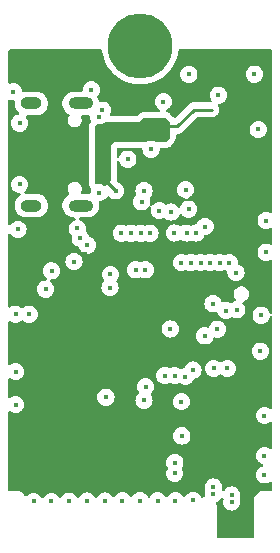
<source format=gbr>
%TF.GenerationSoftware,KiCad,Pcbnew,8.0.1*%
%TF.CreationDate,2024-04-18T13:31:19+02:00*%
%TF.ProjectId,ESP32S3_M.2_Board,45535033-3253-4335-9f4d-2e325f426f61,rev?*%
%TF.SameCoordinates,Original*%
%TF.FileFunction,Copper,L3,Inr*%
%TF.FilePolarity,Positive*%
%FSLAX46Y46*%
G04 Gerber Fmt 4.6, Leading zero omitted, Abs format (unit mm)*
G04 Created by KiCad (PCBNEW 8.0.1) date 2024-04-18 13:31:19*
%MOMM*%
%LPD*%
G01*
G04 APERTURE LIST*
%TA.AperFunction,ComponentPad*%
%ADD10C,5.500000*%
%TD*%
%TA.AperFunction,ComponentPad*%
%ADD11O,1.800000X1.000000*%
%TD*%
%TA.AperFunction,ComponentPad*%
%ADD12O,2.100000X1.000000*%
%TD*%
%TA.AperFunction,ViaPad*%
%ADD13C,0.450000*%
%TD*%
%TA.AperFunction,Conductor*%
%ADD14C,0.250000*%
%TD*%
G04 APERTURE END LIST*
D10*
%TO.N,unconnected-(J2-MP1-PadMOUNTING-HOLE)*%
%TO.C,J2*%
X228900000Y-91100000D03*
%TD*%
D11*
%TO.N,Earth*%
%TO.C,J1*%
X219685000Y-104620000D03*
D12*
X223865000Y-104620000D03*
D11*
X219685000Y-95980000D03*
D12*
X223865000Y-95980000D03*
%TD*%
D13*
%TO.N,VBUS*%
X230325000Y-98850000D03*
X230325000Y-97595997D03*
X225700000Y-101750000D03*
X225700000Y-102475000D03*
X230900000Y-98529003D03*
X226825000Y-103375000D03*
X239575000Y-108575000D03*
X226875000Y-97900000D03*
X230900000Y-97925000D03*
X230325000Y-98200000D03*
X229725000Y-98500000D03*
X225425000Y-97900000D03*
X229725000Y-97925000D03*
%TO.N,Earth*%
X222880000Y-129650000D03*
X235525000Y-95275000D03*
X239150000Y-113900000D03*
X218700000Y-97650000D03*
X224390000Y-129635000D03*
X232425000Y-124125000D03*
X230875000Y-95825000D03*
X218548439Y-106630888D03*
X218365000Y-121475000D03*
X231500000Y-105175000D03*
X238575000Y-93500000D03*
X218365000Y-118690000D03*
X225375000Y-97100000D03*
X227850000Y-100700000D03*
X236275000Y-118400000D03*
X232750000Y-103275000D03*
X239425000Y-122400000D03*
X218700000Y-102825000D03*
X233390000Y-129582500D03*
X219880000Y-129677500D03*
X236650000Y-129725000D03*
X225915000Y-129632500D03*
X239425000Y-125800000D03*
X231450000Y-115075000D03*
X228880000Y-129625000D03*
X220899569Y-111701651D03*
X218350000Y-113825000D03*
X223575000Y-106550000D03*
X238900000Y-98175000D03*
X235100000Y-129050000D03*
X229225000Y-103375000D03*
X224775000Y-94825000D03*
X233025000Y-93525000D03*
X218175000Y-94975000D03*
X226000000Y-120850000D03*
X231880000Y-129597500D03*
X221400000Y-110150000D03*
X235125000Y-118400000D03*
X225700000Y-96550000D03*
X236650000Y-129120997D03*
X239075000Y-116950000D03*
X232400000Y-121225000D03*
X221390000Y-129677500D03*
X230390000Y-129625000D03*
X239425000Y-127425000D03*
X223300000Y-109375000D03*
X225450000Y-103525000D03*
X227390000Y-129625000D03*
X235100000Y-128445997D03*
%TO.N,+3V3*%
X238875000Y-103150000D03*
X226000000Y-105750000D03*
X225600000Y-108800000D03*
X224225000Y-108750000D03*
X237375000Y-123200000D03*
X238650000Y-103725000D03*
X235825000Y-103450000D03*
X238750000Y-100425000D03*
X226025000Y-119700000D03*
X237375000Y-123925000D03*
X235700000Y-92675000D03*
X237375000Y-125375000D03*
X238750000Y-99775000D03*
X219500000Y-121475000D03*
X228625000Y-96550000D03*
X230340000Y-107735000D03*
X237375000Y-124650000D03*
X238275000Y-99350000D03*
%TO.N,/OSC_IN*%
X224425000Y-107975000D03*
%TO.N,/OSC_OUT*%
X223825000Y-107350000D03*
%TO.N,/OSC32_IN*%
X229225000Y-121125000D03*
%TO.N,/OSC32_OUT*%
X229365000Y-119960000D03*
%TO.N,VDD_SPI*%
X234375000Y-115650000D03*
%TO.N,/USB_D+*%
X230525000Y-105050000D03*
X231825000Y-119012800D03*
%TO.N,/USB_D-*%
X229025000Y-104300000D03*
X230987200Y-119012800D03*
%TO.N,/FLASH_QSPI_nH*%
X237077500Y-113447500D03*
X235440000Y-115085000D03*
%TO.N,/FLASH_QSPI_DO*%
X235065000Y-112935000D03*
X236165000Y-113510000D03*
%TO.N,+3V3_RF*%
X219500000Y-113825000D03*
%TO.N,/CHIP_PU*%
X233000000Y-104925000D03*
X226375000Y-110450000D03*
%TO.N,/CHIP_BOOT*%
X226350000Y-111575000D03*
X234400000Y-106400000D03*
%TO.N,/GPIO33*%
X235640000Y-109460000D03*
%TO.N,/GPIO18*%
X231840000Y-126385000D03*
%TO.N,/GPIO35*%
X234015000Y-109460000D03*
%TO.N,/GPIO21*%
X232737500Y-119112500D03*
%TO.N,/SPICLK_P*%
X236465000Y-109460000D03*
%TO.N,/MTCK*%
X232825000Y-106950000D03*
%TO.N,/GPIO37*%
X232390000Y-109460000D03*
%TO.N,/GPIO17*%
X231827500Y-127297500D03*
%TO.N,/MTDO*%
X231800000Y-106950000D03*
%TO.N,/GPIO34*%
X234815000Y-109460000D03*
%TO.N,/U0RXD*%
X228515000Y-110060000D03*
%TO.N,/U0TXD*%
X229340000Y-110060000D03*
%TO.N,/SPICS1*%
X233375000Y-118550000D03*
%TO.N,/MTDI*%
X229740000Y-106960000D03*
%TO.N,/GPIO36*%
X233215000Y-109460000D03*
%TO.N,/GPIO46*%
X229825000Y-99850000D03*
X227315000Y-106960000D03*
%TO.N,/SPICLK_N*%
X237015000Y-110310000D03*
%TO.N,/MTMS*%
X228940000Y-106960000D03*
%TO.N,/GPIO38*%
X233625000Y-106950000D03*
%TO.N,/GPIO45*%
X228140000Y-106960000D03*
%TO.N,Net-(U1-EN)*%
X239575000Y-105900000D03*
%TD*%
D14*
%TO.N,VBUS*%
X230900000Y-97925000D02*
X232050000Y-97925000D01*
X225700000Y-102475000D02*
X225925000Y-102475000D01*
X225700000Y-101750000D02*
X225450000Y-101500000D01*
X230900000Y-97925000D02*
X230225000Y-97925000D01*
X232050000Y-97925000D02*
X233475000Y-96500000D01*
X233475000Y-96500000D02*
X234975000Y-96500000D01*
X226875000Y-97900000D02*
X225425000Y-97900000D01*
X225925000Y-102475000D02*
X226825000Y-103375000D01*
X230225000Y-97925000D02*
X230181583Y-97881583D01*
%TD*%
%TA.AperFunction,Conductor*%
%TO.N,VBUS*%
G36*
X231090677Y-97219685D02*
G01*
X231111319Y-97236319D01*
X231363681Y-97488681D01*
X231397166Y-97550004D01*
X231400000Y-97576362D01*
X231400000Y-98898638D01*
X231380315Y-98965677D01*
X231363681Y-98986319D01*
X231161319Y-99188681D01*
X231099996Y-99222166D01*
X231073638Y-99225000D01*
X230229683Y-99225000D01*
X230163711Y-99205994D01*
X230141777Y-99192212D01*
X230141774Y-99192210D01*
X229987457Y-99138212D01*
X229825004Y-99119909D01*
X229824996Y-99119909D01*
X229662542Y-99138212D01*
X229508225Y-99192210D01*
X229508222Y-99192212D01*
X229486289Y-99205994D01*
X229420317Y-99225000D01*
X226674999Y-99225000D01*
X226400000Y-99499999D01*
X226400000Y-102498638D01*
X226380315Y-102565677D01*
X226363681Y-102586319D01*
X226030769Y-102919230D01*
X225969446Y-102952715D01*
X225899754Y-102947731D01*
X225877116Y-102936543D01*
X225766774Y-102867210D01*
X225612455Y-102813212D01*
X225450004Y-102794909D01*
X225449996Y-102794909D01*
X225287544Y-102813212D01*
X225262629Y-102821930D01*
X225239953Y-102829865D01*
X225170175Y-102833426D01*
X225109548Y-102798697D01*
X225077321Y-102736703D01*
X225075000Y-102712823D01*
X225075000Y-97935045D01*
X225094685Y-97868006D01*
X225147489Y-97822251D01*
X225212884Y-97811825D01*
X225374997Y-97830091D01*
X225375000Y-97830091D01*
X225375004Y-97830091D01*
X225537455Y-97811787D01*
X225537456Y-97811786D01*
X225537461Y-97811786D01*
X225691775Y-97757789D01*
X225830204Y-97670808D01*
X225939694Y-97561318D01*
X226001017Y-97527834D01*
X226027375Y-97525000D01*
X228875000Y-97525000D01*
X229163681Y-97236319D01*
X229225004Y-97202834D01*
X229251362Y-97200000D01*
X231023638Y-97200000D01*
X231090677Y-97219685D01*
G37*
%TD.AperFunction*%
%TD*%
%TA.AperFunction,Conductor*%
%TO.N,+3V3*%
G36*
X225617085Y-91420185D02*
G01*
X225662840Y-91472989D01*
X225672412Y-91504437D01*
X225686498Y-91590359D01*
X225720833Y-91799793D01*
X225720834Y-91799796D01*
X225815126Y-92139408D01*
X225815127Y-92139410D01*
X225945588Y-92466844D01*
X225945593Y-92466854D01*
X226110695Y-92778269D01*
X226308355Y-93069796D01*
X226308498Y-93070006D01*
X226308505Y-93070016D01*
X226536685Y-93338649D01*
X226536686Y-93338650D01*
X226792580Y-93581046D01*
X227073182Y-93794354D01*
X227375202Y-93976074D01*
X227375206Y-93976075D01*
X227375210Y-93976078D01*
X227695088Y-94124070D01*
X227695092Y-94124070D01*
X227695099Y-94124074D01*
X228029122Y-94236619D01*
X228373355Y-94312391D01*
X228723763Y-94350500D01*
X228723769Y-94350500D01*
X229076231Y-94350500D01*
X229076237Y-94350500D01*
X229426645Y-94312391D01*
X229770878Y-94236619D01*
X230104901Y-94124074D01*
X230104908Y-94124070D01*
X230104911Y-94124070D01*
X230424789Y-93976078D01*
X230424798Y-93976074D01*
X230726818Y-93794354D01*
X231007420Y-93581046D01*
X231066584Y-93525003D01*
X232294909Y-93525003D01*
X232313212Y-93687455D01*
X232367210Y-93841774D01*
X232367211Y-93841775D01*
X232454192Y-93980204D01*
X232569796Y-94095808D01*
X232708225Y-94182789D01*
X232862539Y-94236786D01*
X232862542Y-94236786D01*
X232862544Y-94236787D01*
X233024996Y-94255091D01*
X233025000Y-94255091D01*
X233025004Y-94255091D01*
X233187455Y-94236787D01*
X233187456Y-94236786D01*
X233187461Y-94236786D01*
X233341775Y-94182789D01*
X233480204Y-94095808D01*
X233595808Y-93980204D01*
X233682789Y-93841775D01*
X233736786Y-93687461D01*
X233739604Y-93662455D01*
X233755091Y-93525003D01*
X233755091Y-93524996D01*
X233752275Y-93500003D01*
X237844909Y-93500003D01*
X237863212Y-93662455D01*
X237917210Y-93816774D01*
X238004192Y-93955204D01*
X238119796Y-94070808D01*
X238258225Y-94157789D01*
X238412539Y-94211786D01*
X238412542Y-94211786D01*
X238412544Y-94211787D01*
X238574996Y-94230091D01*
X238575000Y-94230091D01*
X238575004Y-94230091D01*
X238737455Y-94211787D01*
X238737456Y-94211786D01*
X238737461Y-94211786D01*
X238891775Y-94157789D01*
X239030204Y-94070808D01*
X239145808Y-93955204D01*
X239232789Y-93816775D01*
X239286786Y-93662461D01*
X239286787Y-93662455D01*
X239305091Y-93500003D01*
X239305091Y-93499996D01*
X239286787Y-93337544D01*
X239286786Y-93337542D01*
X239286786Y-93337539D01*
X239232789Y-93183225D01*
X239145808Y-93044796D01*
X239030204Y-92929192D01*
X238891774Y-92842210D01*
X238737455Y-92788212D01*
X238575004Y-92769909D01*
X238574996Y-92769909D01*
X238412544Y-92788212D01*
X238258225Y-92842210D01*
X238119795Y-92929192D01*
X238004192Y-93044795D01*
X237917210Y-93183225D01*
X237863212Y-93337544D01*
X237844909Y-93499996D01*
X237844909Y-93500003D01*
X233752275Y-93500003D01*
X233736787Y-93362544D01*
X233736786Y-93362542D01*
X233736786Y-93362539D01*
X233682789Y-93208225D01*
X233595808Y-93069796D01*
X233480204Y-92954192D01*
X233440417Y-92929192D01*
X233341774Y-92867210D01*
X233187455Y-92813212D01*
X233025004Y-92794909D01*
X233024996Y-92794909D01*
X232862544Y-92813212D01*
X232708225Y-92867210D01*
X232569795Y-92954192D01*
X232454192Y-93069795D01*
X232367210Y-93208225D01*
X232313212Y-93362544D01*
X232294909Y-93524996D01*
X232294909Y-93525003D01*
X231066584Y-93525003D01*
X231263314Y-93338650D01*
X231491501Y-93070008D01*
X231689305Y-92778269D01*
X231854407Y-92466854D01*
X231984871Y-92139414D01*
X232079168Y-91799788D01*
X232127587Y-91504438D01*
X232157858Y-91441467D01*
X232217369Y-91404858D01*
X232249954Y-91400500D01*
X239852405Y-91400500D01*
X239890244Y-91400500D01*
X239909630Y-91402025D01*
X239942253Y-91407192D01*
X239979146Y-91419179D01*
X239999765Y-91429685D01*
X240031151Y-91452489D01*
X240047510Y-91468848D01*
X240070314Y-91500234D01*
X240080820Y-91520853D01*
X240092808Y-91557748D01*
X240097973Y-91590359D01*
X240099500Y-91609755D01*
X240099500Y-105148371D01*
X240079815Y-105215410D01*
X240027011Y-105261165D01*
X239957853Y-105271109D01*
X239909530Y-105253366D01*
X239891776Y-105242211D01*
X239737455Y-105188212D01*
X239575004Y-105169909D01*
X239574996Y-105169909D01*
X239412544Y-105188212D01*
X239258225Y-105242210D01*
X239119795Y-105329192D01*
X239004192Y-105444795D01*
X238917210Y-105583225D01*
X238863212Y-105737544D01*
X238844909Y-105899996D01*
X238844909Y-105900003D01*
X238863212Y-106062455D01*
X238917210Y-106216774D01*
X238989644Y-106332051D01*
X239004192Y-106355204D01*
X239119796Y-106470808D01*
X239258225Y-106557789D01*
X239412539Y-106611786D01*
X239412542Y-106611786D01*
X239412544Y-106611787D01*
X239574996Y-106630091D01*
X239575000Y-106630091D01*
X239575004Y-106630091D01*
X239737455Y-106611787D01*
X239737456Y-106611786D01*
X239737461Y-106611786D01*
X239891775Y-106557789D01*
X239904841Y-106549579D01*
X239909527Y-106546635D01*
X239976763Y-106527634D01*
X240043599Y-106548001D01*
X240088813Y-106601269D01*
X240099500Y-106651628D01*
X240099500Y-107823371D01*
X240079815Y-107890410D01*
X240027011Y-107936165D01*
X239957853Y-107946109D01*
X239909530Y-107928366D01*
X239891776Y-107917211D01*
X239737455Y-107863212D01*
X239575004Y-107844909D01*
X239574996Y-107844909D01*
X239412544Y-107863212D01*
X239258225Y-107917210D01*
X239119795Y-108004192D01*
X239004192Y-108119795D01*
X238917210Y-108258225D01*
X238863212Y-108412544D01*
X238844909Y-108574996D01*
X238844909Y-108575003D01*
X238863212Y-108737455D01*
X238917210Y-108891774D01*
X238917211Y-108891775D01*
X239004192Y-109030204D01*
X239119796Y-109145808D01*
X239258225Y-109232789D01*
X239412539Y-109286786D01*
X239412542Y-109286786D01*
X239412544Y-109286787D01*
X239574996Y-109305091D01*
X239575000Y-109305091D01*
X239575004Y-109305091D01*
X239737455Y-109286787D01*
X239737456Y-109286786D01*
X239737461Y-109286786D01*
X239891775Y-109232789D01*
X239904841Y-109224579D01*
X239909527Y-109221635D01*
X239976763Y-109202634D01*
X240043599Y-109223001D01*
X240088813Y-109276269D01*
X240099500Y-109326628D01*
X240099500Y-113687075D01*
X240079815Y-113754114D01*
X240027011Y-113799869D01*
X239957853Y-113809813D01*
X239894297Y-113780788D01*
X239858458Y-113728029D01*
X239820714Y-113620164D01*
X239807789Y-113583225D01*
X239720808Y-113444796D01*
X239605204Y-113329192D01*
X239534935Y-113285039D01*
X239466774Y-113242210D01*
X239312455Y-113188212D01*
X239150004Y-113169909D01*
X239149996Y-113169909D01*
X238987544Y-113188212D01*
X238833225Y-113242210D01*
X238694795Y-113329192D01*
X238579192Y-113444795D01*
X238492210Y-113583225D01*
X238438212Y-113737544D01*
X238419909Y-113899996D01*
X238419909Y-113900003D01*
X238438212Y-114062455D01*
X238492210Y-114216774D01*
X238495360Y-114221787D01*
X238579192Y-114355204D01*
X238694796Y-114470808D01*
X238833225Y-114557789D01*
X238987539Y-114611786D01*
X238987542Y-114611786D01*
X238987544Y-114611787D01*
X239149996Y-114630091D01*
X239150000Y-114630091D01*
X239150004Y-114630091D01*
X239312455Y-114611787D01*
X239312456Y-114611786D01*
X239312461Y-114611786D01*
X239466775Y-114557789D01*
X239605204Y-114470808D01*
X239720808Y-114355204D01*
X239807789Y-114216775D01*
X239858459Y-114071968D01*
X239899180Y-114015194D01*
X239964132Y-113989446D01*
X240032694Y-114002902D01*
X240083097Y-114051289D01*
X240099500Y-114112924D01*
X240099500Y-121749126D01*
X240079815Y-121816165D01*
X240027011Y-121861920D01*
X239957853Y-121871864D01*
X239894297Y-121842839D01*
X239887819Y-121836807D01*
X239880204Y-121829192D01*
X239741774Y-121742210D01*
X239587455Y-121688212D01*
X239425004Y-121669909D01*
X239424996Y-121669909D01*
X239262544Y-121688212D01*
X239108225Y-121742210D01*
X238969795Y-121829192D01*
X238854192Y-121944795D01*
X238767210Y-122083225D01*
X238713212Y-122237544D01*
X238694909Y-122399996D01*
X238694909Y-122400003D01*
X238713212Y-122562455D01*
X238767210Y-122716774D01*
X238767211Y-122716775D01*
X238854192Y-122855204D01*
X238969796Y-122970808D01*
X239108225Y-123057789D01*
X239262539Y-123111786D01*
X239262542Y-123111786D01*
X239262544Y-123111787D01*
X239424996Y-123130091D01*
X239425000Y-123130091D01*
X239425004Y-123130091D01*
X239587455Y-123111787D01*
X239587456Y-123111786D01*
X239587461Y-123111786D01*
X239741775Y-123057789D01*
X239880204Y-122970808D01*
X239887819Y-122963193D01*
X239949142Y-122929708D01*
X240018834Y-122934692D01*
X240074767Y-122976564D01*
X240099184Y-123042028D01*
X240099500Y-123050874D01*
X240099500Y-125149126D01*
X240079815Y-125216165D01*
X240027011Y-125261920D01*
X239957853Y-125271864D01*
X239894297Y-125242839D01*
X239887819Y-125236807D01*
X239880204Y-125229192D01*
X239741774Y-125142210D01*
X239587455Y-125088212D01*
X239425004Y-125069909D01*
X239424996Y-125069909D01*
X239262544Y-125088212D01*
X239108225Y-125142210D01*
X238969795Y-125229192D01*
X238854192Y-125344795D01*
X238767210Y-125483225D01*
X238713212Y-125637544D01*
X238694909Y-125799996D01*
X238694909Y-125800003D01*
X238713212Y-125962455D01*
X238767210Y-126116774D01*
X238767211Y-126116775D01*
X238854192Y-126255204D01*
X238969796Y-126370808D01*
X239108225Y-126457789D01*
X239215877Y-126495458D01*
X239272653Y-126536180D01*
X239298401Y-126601132D01*
X239284945Y-126669694D01*
X239236558Y-126720097D01*
X239215878Y-126729541D01*
X239197879Y-126735839D01*
X239108225Y-126767210D01*
X238969795Y-126854192D01*
X238854192Y-126969795D01*
X238767210Y-127108225D01*
X238713212Y-127262544D01*
X238694909Y-127424996D01*
X238694909Y-127425003D01*
X238713212Y-127587455D01*
X238767210Y-127741774D01*
X238767211Y-127741775D01*
X238854192Y-127880204D01*
X238969796Y-127995808D01*
X239108225Y-128082789D01*
X239262539Y-128136786D01*
X239262542Y-128136786D01*
X239262544Y-128136787D01*
X239424996Y-128155091D01*
X239425000Y-128155091D01*
X239425004Y-128155091D01*
X239587455Y-128136787D01*
X239587456Y-128136786D01*
X239587461Y-128136786D01*
X239741775Y-128082789D01*
X239880204Y-127995808D01*
X239887819Y-127988193D01*
X239949142Y-127954708D01*
X240018834Y-127959692D01*
X240074767Y-128001564D01*
X240099184Y-128067028D01*
X240099500Y-128075874D01*
X240099500Y-128675500D01*
X240079815Y-128742539D01*
X240027011Y-128788294D01*
X239975500Y-128799500D01*
X239271155Y-128799500D01*
X239116510Y-128830261D01*
X239116498Y-128830264D01*
X238970827Y-128890602D01*
X238970814Y-128890609D01*
X238839711Y-128978210D01*
X238839707Y-128978213D01*
X238728213Y-129089707D01*
X238728210Y-129089711D01*
X238640609Y-129220814D01*
X238640602Y-129220827D01*
X238580264Y-129366498D01*
X238580261Y-129366510D01*
X238549500Y-129521153D01*
X238549500Y-132675500D01*
X238529815Y-132742539D01*
X238477011Y-132788294D01*
X238425500Y-132799500D01*
X235524500Y-132799500D01*
X235457461Y-132779815D01*
X235411706Y-132727011D01*
X235400500Y-132675500D01*
X235400500Y-130111306D01*
X235400499Y-130111304D01*
X235365896Y-129937341D01*
X235365893Y-129937332D01*
X235339482Y-129873571D01*
X235332014Y-129804103D01*
X235363289Y-129741624D01*
X235413094Y-129709077D01*
X235416775Y-129707789D01*
X235555204Y-129620808D01*
X235670808Y-129505204D01*
X235734036Y-129404576D01*
X235786370Y-129358287D01*
X235855423Y-129347639D01*
X235919272Y-129376014D01*
X235957644Y-129434403D01*
X235958356Y-129504269D01*
X235956071Y-129511503D01*
X235938213Y-129562539D01*
X235938213Y-129562540D01*
X235919909Y-129724996D01*
X235919909Y-129725003D01*
X235938212Y-129887455D01*
X235992210Y-130041774D01*
X236021070Y-130087704D01*
X236079192Y-130180204D01*
X236194796Y-130295808D01*
X236333225Y-130382789D01*
X236487539Y-130436786D01*
X236487542Y-130436786D01*
X236487544Y-130436787D01*
X236649996Y-130455091D01*
X236650000Y-130455091D01*
X236650004Y-130455091D01*
X236812455Y-130436787D01*
X236812456Y-130436786D01*
X236812461Y-130436786D01*
X236966775Y-130382789D01*
X237105204Y-130295808D01*
X237220808Y-130180204D01*
X237307789Y-130041775D01*
X237361786Y-129887461D01*
X237367138Y-129839961D01*
X237380091Y-129725003D01*
X237380091Y-129724996D01*
X237361787Y-129562544D01*
X237361786Y-129562540D01*
X237361786Y-129562539D01*
X237327287Y-129463949D01*
X237323725Y-129394175D01*
X237327280Y-129382066D01*
X237361786Y-129283458D01*
X237362094Y-129280725D01*
X237380091Y-129121000D01*
X237380091Y-129120993D01*
X237361787Y-128958541D01*
X237361786Y-128958539D01*
X237361786Y-128958536D01*
X237307789Y-128804222D01*
X237220808Y-128665793D01*
X237105204Y-128550189D01*
X236966774Y-128463207D01*
X236812455Y-128409209D01*
X236650004Y-128390906D01*
X236649996Y-128390906D01*
X236487544Y-128409209D01*
X236333225Y-128463207D01*
X236194795Y-128550189D01*
X236079192Y-128665792D01*
X236079190Y-128665795D01*
X236015960Y-128766423D01*
X235963625Y-128812714D01*
X235894571Y-128823361D01*
X235830723Y-128794985D01*
X235792352Y-128736595D01*
X235791640Y-128666729D01*
X235793909Y-128659545D01*
X235811786Y-128608458D01*
X235811787Y-128608451D01*
X235830091Y-128446000D01*
X235830091Y-128445993D01*
X235811787Y-128283541D01*
X235811786Y-128283539D01*
X235811786Y-128283536D01*
X235757789Y-128129222D01*
X235670808Y-127990793D01*
X235555204Y-127875189D01*
X235544251Y-127868307D01*
X235416774Y-127788207D01*
X235262455Y-127734209D01*
X235100004Y-127715906D01*
X235099996Y-127715906D01*
X234937544Y-127734209D01*
X234783225Y-127788207D01*
X234644795Y-127875189D01*
X234529192Y-127990792D01*
X234442210Y-128129222D01*
X234388212Y-128283541D01*
X234369909Y-128445993D01*
X234369909Y-128446000D01*
X234388212Y-128608452D01*
X234388214Y-128608460D01*
X234422710Y-128707044D01*
X234426271Y-128776823D01*
X234422710Y-128788952D01*
X234388213Y-128887541D01*
X234369909Y-129049996D01*
X234369909Y-129050004D01*
X234385549Y-129188821D01*
X234373494Y-129257643D01*
X234326145Y-129309022D01*
X234286522Y-129324321D01*
X234237338Y-129334104D01*
X234237333Y-129334106D01*
X234213855Y-129343831D01*
X234144386Y-129351298D01*
X234081907Y-129320022D01*
X234049363Y-129270221D01*
X234047790Y-129265727D01*
X234044718Y-129260838D01*
X233960808Y-129127296D01*
X233845204Y-129011692D01*
X233791923Y-128978213D01*
X233706774Y-128924710D01*
X233552455Y-128870712D01*
X233390004Y-128852409D01*
X233389996Y-128852409D01*
X233227544Y-128870712D01*
X233073225Y-128924710D01*
X232934795Y-129011692D01*
X232819190Y-129127297D01*
X232735280Y-129260839D01*
X232682946Y-129307129D01*
X232613892Y-129317777D01*
X232550044Y-129289402D01*
X232525293Y-129260838D01*
X232450808Y-129142296D01*
X232335204Y-129026692D01*
X232280328Y-128992211D01*
X232196774Y-128939710D01*
X232047682Y-128887541D01*
X232042461Y-128885714D01*
X232042460Y-128885713D01*
X232042455Y-128885712D01*
X231880004Y-128867409D01*
X231879996Y-128867409D01*
X231717544Y-128885712D01*
X231563225Y-128939710D01*
X231424795Y-129026692D01*
X231309190Y-129142297D01*
X231231353Y-129266174D01*
X231179019Y-129312464D01*
X231109965Y-129323112D01*
X231046117Y-129294737D01*
X231021366Y-129266173D01*
X230976517Y-129194797D01*
X230960808Y-129169796D01*
X230845204Y-129054192D01*
X230838539Y-129050004D01*
X230706774Y-128967210D01*
X230552455Y-128913212D01*
X230390004Y-128894909D01*
X230389996Y-128894909D01*
X230227544Y-128913212D01*
X230073225Y-128967210D01*
X229934795Y-129054192D01*
X229819192Y-129169795D01*
X229819187Y-129169801D01*
X229739993Y-129295838D01*
X229687659Y-129342129D01*
X229618605Y-129352777D01*
X229554757Y-129324402D01*
X229530007Y-129295838D01*
X229450812Y-129169801D01*
X229450807Y-129169795D01*
X229335204Y-129054192D01*
X229196774Y-128967210D01*
X229042455Y-128913212D01*
X228880004Y-128894909D01*
X228879996Y-128894909D01*
X228717544Y-128913212D01*
X228563225Y-128967210D01*
X228424795Y-129054192D01*
X228309190Y-129169797D01*
X228239993Y-129279924D01*
X228187659Y-129326214D01*
X228118605Y-129336862D01*
X228054757Y-129308487D01*
X228030007Y-129279924D01*
X227960809Y-129169797D01*
X227845204Y-129054192D01*
X227706774Y-128967210D01*
X227552455Y-128913212D01*
X227390004Y-128894909D01*
X227389996Y-128894909D01*
X227227544Y-128913212D01*
X227073225Y-128967210D01*
X226934795Y-129054192D01*
X226819192Y-129169795D01*
X226819190Y-129169798D01*
X226755136Y-129271738D01*
X226702801Y-129318029D01*
X226633748Y-129328676D01*
X226569899Y-129300301D01*
X226545149Y-129271737D01*
X226544196Y-129270221D01*
X226485808Y-129177296D01*
X226370204Y-129061692D01*
X226303392Y-129019711D01*
X226231774Y-128974710D01*
X226088881Y-128924710D01*
X226077461Y-128920714D01*
X226077460Y-128920713D01*
X226077455Y-128920712D01*
X225915004Y-128902409D01*
X225914996Y-128902409D01*
X225752544Y-128920712D01*
X225598225Y-128974710D01*
X225459795Y-129061692D01*
X225344190Y-129177297D01*
X225256707Y-129316525D01*
X225204372Y-129362815D01*
X225135319Y-129373463D01*
X225071471Y-129345088D01*
X225046720Y-129316524D01*
X225041670Y-129308487D01*
X224960808Y-129179796D01*
X224845204Y-129064192D01*
X224822611Y-129049996D01*
X224706774Y-128977210D01*
X224552455Y-128923212D01*
X224390004Y-128904909D01*
X224389996Y-128904909D01*
X224227544Y-128923212D01*
X224073225Y-128977210D01*
X223934795Y-129064192D01*
X223819190Y-129179797D01*
X223735280Y-129313339D01*
X223682946Y-129359629D01*
X223613892Y-129370277D01*
X223550044Y-129341902D01*
X223525293Y-129313338D01*
X223504801Y-129280725D01*
X223450808Y-129194796D01*
X223335204Y-129079192D01*
X223288752Y-129050004D01*
X223196774Y-128992210D01*
X223042455Y-128938212D01*
X222880004Y-128919909D01*
X222879996Y-128919909D01*
X222717544Y-128938212D01*
X222563225Y-128992210D01*
X222424795Y-129079192D01*
X222309190Y-129194797D01*
X222231353Y-129318674D01*
X222179019Y-129364964D01*
X222109965Y-129375612D01*
X222046117Y-129347237D01*
X222021366Y-129318673D01*
X221997018Y-129279924D01*
X221960808Y-129222296D01*
X221845204Y-129106692D01*
X221754980Y-129050000D01*
X221706774Y-129019710D01*
X221552455Y-128965712D01*
X221390004Y-128947409D01*
X221389996Y-128947409D01*
X221227544Y-128965712D01*
X221073225Y-129019710D01*
X220934795Y-129106692D01*
X220819192Y-129222295D01*
X220819187Y-129222301D01*
X220739993Y-129348338D01*
X220687659Y-129394629D01*
X220618605Y-129405277D01*
X220554757Y-129376902D01*
X220530007Y-129348338D01*
X220450812Y-129222301D01*
X220450807Y-129222295D01*
X220335204Y-129106692D01*
X220196774Y-129019710D01*
X220042455Y-128965712D01*
X219880004Y-128947409D01*
X219879996Y-128947409D01*
X219717544Y-128965712D01*
X219563225Y-129019710D01*
X219424797Y-129106691D01*
X219326825Y-129204663D01*
X219265502Y-129238147D01*
X219195810Y-129233163D01*
X219139877Y-129191291D01*
X219136042Y-129185872D01*
X219071789Y-129089711D01*
X219071786Y-129089707D01*
X218960292Y-128978213D01*
X218960288Y-128978210D01*
X218829185Y-128890609D01*
X218829172Y-128890602D01*
X218683501Y-128830264D01*
X218683489Y-128830261D01*
X218528845Y-128799500D01*
X218528842Y-128799500D01*
X218489562Y-128799500D01*
X217849500Y-128799500D01*
X217782461Y-128779815D01*
X217736706Y-128727011D01*
X217725500Y-128675500D01*
X217725500Y-127297503D01*
X231097409Y-127297503D01*
X231115712Y-127459955D01*
X231169710Y-127614274D01*
X231169711Y-127614275D01*
X231256692Y-127752704D01*
X231372296Y-127868308D01*
X231510725Y-127955289D01*
X231665039Y-128009286D01*
X231665042Y-128009286D01*
X231665044Y-128009287D01*
X231827496Y-128027591D01*
X231827500Y-128027591D01*
X231827504Y-128027591D01*
X231989955Y-128009287D01*
X231989956Y-128009286D01*
X231989961Y-128009286D01*
X232144275Y-127955289D01*
X232282704Y-127868308D01*
X232398308Y-127752704D01*
X232485289Y-127614275D01*
X232539286Y-127459961D01*
X232557591Y-127297500D01*
X232553652Y-127262544D01*
X232539287Y-127135044D01*
X232539286Y-127135042D01*
X232539286Y-127135039D01*
X232485289Y-126980725D01*
X232485289Y-126980724D01*
X232445354Y-126917168D01*
X232426354Y-126849931D01*
X232445355Y-126785223D01*
X232490601Y-126713214D01*
X232497789Y-126701775D01*
X232551786Y-126547461D01*
X232556581Y-126504903D01*
X232570091Y-126385003D01*
X232570091Y-126384996D01*
X232551787Y-126222544D01*
X232551786Y-126222542D01*
X232551786Y-126222539D01*
X232497789Y-126068225D01*
X232410808Y-125929796D01*
X232295204Y-125814192D01*
X232156774Y-125727210D01*
X232002455Y-125673212D01*
X231840004Y-125654909D01*
X231839996Y-125654909D01*
X231677544Y-125673212D01*
X231523225Y-125727210D01*
X231384795Y-125814192D01*
X231269192Y-125929795D01*
X231182210Y-126068225D01*
X231128212Y-126222544D01*
X231109909Y-126384996D01*
X231109909Y-126385003D01*
X231128212Y-126547455D01*
X231182211Y-126701777D01*
X231222145Y-126765332D01*
X231241145Y-126832569D01*
X231222145Y-126897274D01*
X231169711Y-126980722D01*
X231115712Y-127135044D01*
X231097409Y-127297496D01*
X231097409Y-127297503D01*
X217725500Y-127297503D01*
X217725500Y-124125003D01*
X231694909Y-124125003D01*
X231713212Y-124287455D01*
X231767210Y-124441774D01*
X231767211Y-124441775D01*
X231854192Y-124580204D01*
X231969796Y-124695808D01*
X232108225Y-124782789D01*
X232262539Y-124836786D01*
X232262542Y-124836786D01*
X232262544Y-124836787D01*
X232424996Y-124855091D01*
X232425000Y-124855091D01*
X232425004Y-124855091D01*
X232587455Y-124836787D01*
X232587456Y-124836786D01*
X232587461Y-124836786D01*
X232741775Y-124782789D01*
X232880204Y-124695808D01*
X232995808Y-124580204D01*
X233082789Y-124441775D01*
X233136786Y-124287461D01*
X233155091Y-124125000D01*
X233136786Y-123962539D01*
X233082789Y-123808225D01*
X232995808Y-123669796D01*
X232880204Y-123554192D01*
X232741774Y-123467210D01*
X232587455Y-123413212D01*
X232425004Y-123394909D01*
X232424996Y-123394909D01*
X232262544Y-123413212D01*
X232108225Y-123467210D01*
X231969795Y-123554192D01*
X231854192Y-123669795D01*
X231767210Y-123808225D01*
X231713212Y-123962544D01*
X231694909Y-124124996D01*
X231694909Y-124125003D01*
X217725500Y-124125003D01*
X217725500Y-122154368D01*
X217745185Y-122087329D01*
X217797989Y-122041574D01*
X217867147Y-122031630D01*
X217915472Y-122049374D01*
X218048225Y-122132789D01*
X218202539Y-122186786D01*
X218202542Y-122186786D01*
X218202544Y-122186787D01*
X218364996Y-122205091D01*
X218365000Y-122205091D01*
X218365004Y-122205091D01*
X218527455Y-122186787D01*
X218527456Y-122186786D01*
X218527461Y-122186786D01*
X218681775Y-122132789D01*
X218820204Y-122045808D01*
X218935808Y-121930204D01*
X219022789Y-121791775D01*
X219076786Y-121637461D01*
X219076787Y-121637455D01*
X219095091Y-121475003D01*
X219095091Y-121474996D01*
X219076787Y-121312544D01*
X219076786Y-121312542D01*
X219076786Y-121312539D01*
X219022789Y-121158225D01*
X218935808Y-121019796D01*
X218820204Y-120904192D01*
X218733963Y-120850003D01*
X225269909Y-120850003D01*
X225288212Y-121012455D01*
X225342210Y-121166774D01*
X225418043Y-121287461D01*
X225429192Y-121305204D01*
X225544796Y-121420808D01*
X225683225Y-121507789D01*
X225837539Y-121561786D01*
X225837542Y-121561786D01*
X225837544Y-121561787D01*
X225999996Y-121580091D01*
X226000000Y-121580091D01*
X226000004Y-121580091D01*
X226162455Y-121561787D01*
X226162456Y-121561786D01*
X226162461Y-121561786D01*
X226316775Y-121507789D01*
X226455204Y-121420808D01*
X226570808Y-121305204D01*
X226657789Y-121166775D01*
X226672406Y-121125003D01*
X228494909Y-121125003D01*
X228513212Y-121287455D01*
X228567210Y-121441774D01*
X228608690Y-121507789D01*
X228654192Y-121580204D01*
X228769796Y-121695808D01*
X228908225Y-121782789D01*
X229062539Y-121836786D01*
X229062542Y-121836786D01*
X229062544Y-121836787D01*
X229224996Y-121855091D01*
X229225000Y-121855091D01*
X229225004Y-121855091D01*
X229387455Y-121836787D01*
X229387456Y-121836786D01*
X229387461Y-121836786D01*
X229541775Y-121782789D01*
X229680204Y-121695808D01*
X229795808Y-121580204D01*
X229882789Y-121441775D01*
X229936786Y-121287461D01*
X229936787Y-121287455D01*
X229943824Y-121225003D01*
X231669909Y-121225003D01*
X231688212Y-121387455D01*
X231742210Y-121541774D01*
X231802331Y-121637455D01*
X231829192Y-121680204D01*
X231944796Y-121795808D01*
X232083225Y-121882789D01*
X232237539Y-121936786D01*
X232237542Y-121936786D01*
X232237544Y-121936787D01*
X232399996Y-121955091D01*
X232400000Y-121955091D01*
X232400004Y-121955091D01*
X232562455Y-121936787D01*
X232562456Y-121936786D01*
X232562461Y-121936786D01*
X232716775Y-121882789D01*
X232855204Y-121795808D01*
X232970808Y-121680204D01*
X233057789Y-121541775D01*
X233111786Y-121387461D01*
X233121054Y-121305204D01*
X233130091Y-121225003D01*
X233130091Y-121224996D01*
X233111787Y-121062544D01*
X233111786Y-121062542D01*
X233111786Y-121062539D01*
X233057789Y-120908225D01*
X232970808Y-120769796D01*
X232855204Y-120654192D01*
X232716774Y-120567210D01*
X232562455Y-120513212D01*
X232400004Y-120494909D01*
X232399996Y-120494909D01*
X232237544Y-120513212D01*
X232083225Y-120567210D01*
X231944795Y-120654192D01*
X231829192Y-120769795D01*
X231742210Y-120908225D01*
X231688212Y-121062544D01*
X231669909Y-121224996D01*
X231669909Y-121225003D01*
X229943824Y-121225003D01*
X229955091Y-121125003D01*
X229955091Y-121124996D01*
X229936787Y-120962544D01*
X229936786Y-120962542D01*
X229936786Y-120962539D01*
X229882789Y-120808225D01*
X229804199Y-120683150D01*
X229785199Y-120615916D01*
X229805566Y-120549081D01*
X229821503Y-120529508D01*
X229935808Y-120415204D01*
X230022789Y-120276775D01*
X230076786Y-120122461D01*
X230095091Y-119960000D01*
X230081862Y-119842591D01*
X230076787Y-119797544D01*
X230076786Y-119797542D01*
X230076786Y-119797539D01*
X230022789Y-119643225D01*
X229935808Y-119504796D01*
X229820204Y-119389192D01*
X229681774Y-119302210D01*
X229527455Y-119248212D01*
X229365004Y-119229909D01*
X229364996Y-119229909D01*
X229202544Y-119248212D01*
X229048225Y-119302210D01*
X228909795Y-119389192D01*
X228794192Y-119504795D01*
X228707210Y-119643225D01*
X228653212Y-119797544D01*
X228634909Y-119959996D01*
X228634909Y-119960003D01*
X228653212Y-120122455D01*
X228707211Y-120276776D01*
X228785799Y-120401846D01*
X228804800Y-120469083D01*
X228784433Y-120535918D01*
X228768488Y-120555500D01*
X228654191Y-120669797D01*
X228567210Y-120808225D01*
X228513212Y-120962544D01*
X228494909Y-121124996D01*
X228494909Y-121125003D01*
X226672406Y-121125003D01*
X226711786Y-121012461D01*
X226711787Y-121012455D01*
X226730091Y-120850003D01*
X226730091Y-120849996D01*
X226711787Y-120687544D01*
X226711786Y-120687542D01*
X226711786Y-120687539D01*
X226657789Y-120533225D01*
X226570808Y-120394796D01*
X226455204Y-120279192D01*
X226451356Y-120276774D01*
X226316774Y-120192210D01*
X226162455Y-120138212D01*
X226000004Y-120119909D01*
X225999996Y-120119909D01*
X225837544Y-120138212D01*
X225683225Y-120192210D01*
X225544795Y-120279192D01*
X225429192Y-120394795D01*
X225342210Y-120533225D01*
X225288212Y-120687544D01*
X225269909Y-120849996D01*
X225269909Y-120850003D01*
X218733963Y-120850003D01*
X218681774Y-120817210D01*
X218527455Y-120763212D01*
X218365004Y-120744909D01*
X218364996Y-120744909D01*
X218202544Y-120763212D01*
X218048225Y-120817210D01*
X217915472Y-120900625D01*
X217848235Y-120919625D01*
X217781400Y-120899257D01*
X217736186Y-120845989D01*
X217725500Y-120795631D01*
X217725500Y-119369368D01*
X217745185Y-119302329D01*
X217797989Y-119256574D01*
X217867147Y-119246630D01*
X217915473Y-119264375D01*
X218019237Y-119329575D01*
X218048225Y-119347789D01*
X218202539Y-119401786D01*
X218202542Y-119401786D01*
X218202544Y-119401787D01*
X218364996Y-119420091D01*
X218365000Y-119420091D01*
X218365004Y-119420091D01*
X218527455Y-119401787D01*
X218527456Y-119401786D01*
X218527461Y-119401786D01*
X218681775Y-119347789D01*
X218820204Y-119260808D01*
X218935808Y-119145204D01*
X219019001Y-119012803D01*
X230257109Y-119012803D01*
X230275412Y-119175255D01*
X230329410Y-119329574D01*
X230366871Y-119389192D01*
X230416392Y-119468004D01*
X230531996Y-119583608D01*
X230670425Y-119670589D01*
X230824739Y-119724586D01*
X230824742Y-119724586D01*
X230824744Y-119724587D01*
X230987196Y-119742891D01*
X230987200Y-119742891D01*
X230987204Y-119742891D01*
X231149657Y-119724587D01*
X231149659Y-119724586D01*
X231149661Y-119724586D01*
X231303975Y-119670589D01*
X231340127Y-119647872D01*
X231407363Y-119628872D01*
X231472072Y-119647872D01*
X231508225Y-119670589D01*
X231662542Y-119724587D01*
X231824996Y-119742891D01*
X231825000Y-119742891D01*
X231825004Y-119742891D01*
X231987457Y-119724587D01*
X231987459Y-119724586D01*
X231987461Y-119724586D01*
X232141775Y-119670589D01*
X232141784Y-119670582D01*
X232148052Y-119667566D01*
X232149291Y-119670139D01*
X232204154Y-119654619D01*
X232270995Y-119674968D01*
X232280235Y-119681664D01*
X232282292Y-119683304D01*
X232282296Y-119683308D01*
X232420725Y-119770289D01*
X232575039Y-119824286D01*
X232575042Y-119824286D01*
X232575044Y-119824287D01*
X232737496Y-119842591D01*
X232737500Y-119842591D01*
X232737504Y-119842591D01*
X232899955Y-119824287D01*
X232899956Y-119824286D01*
X232899961Y-119824286D01*
X233054275Y-119770289D01*
X233192704Y-119683308D01*
X233308308Y-119567704D01*
X233395289Y-119429275D01*
X233424733Y-119345128D01*
X233465453Y-119288354D01*
X233527896Y-119262863D01*
X233537461Y-119261786D01*
X233537463Y-119261785D01*
X233537468Y-119261784D01*
X233691772Y-119207790D01*
X233691771Y-119207790D01*
X233691775Y-119207789D01*
X233830204Y-119120808D01*
X233945808Y-119005204D01*
X234032789Y-118866775D01*
X234086786Y-118712461D01*
X234088638Y-118696025D01*
X234105091Y-118550003D01*
X234105091Y-118549996D01*
X234088191Y-118400003D01*
X234394909Y-118400003D01*
X234413212Y-118562455D01*
X234467210Y-118716774D01*
X234467211Y-118716775D01*
X234554192Y-118855204D01*
X234669796Y-118970808D01*
X234808225Y-119057789D01*
X234962539Y-119111786D01*
X234962542Y-119111786D01*
X234962544Y-119111787D01*
X235124996Y-119130091D01*
X235125000Y-119130091D01*
X235125004Y-119130091D01*
X235287455Y-119111787D01*
X235287456Y-119111786D01*
X235287461Y-119111786D01*
X235441775Y-119057789D01*
X235580204Y-118970808D01*
X235612319Y-118938693D01*
X235673642Y-118905208D01*
X235743334Y-118910192D01*
X235787681Y-118938693D01*
X235819796Y-118970808D01*
X235958225Y-119057789D01*
X236112539Y-119111786D01*
X236112542Y-119111786D01*
X236112544Y-119111787D01*
X236274996Y-119130091D01*
X236275000Y-119130091D01*
X236275004Y-119130091D01*
X236437455Y-119111787D01*
X236437456Y-119111786D01*
X236437461Y-119111786D01*
X236591775Y-119057789D01*
X236730204Y-118970808D01*
X236845808Y-118855204D01*
X236932789Y-118716775D01*
X236986786Y-118562461D01*
X236987334Y-118557596D01*
X237005091Y-118400003D01*
X237005091Y-118399996D01*
X236986787Y-118237544D01*
X236986786Y-118237542D01*
X236986786Y-118237539D01*
X236932789Y-118083225D01*
X236845808Y-117944796D01*
X236730204Y-117829192D01*
X236715430Y-117819909D01*
X236591774Y-117742210D01*
X236437455Y-117688212D01*
X236275004Y-117669909D01*
X236274996Y-117669909D01*
X236112544Y-117688212D01*
X235958225Y-117742210D01*
X235819795Y-117829192D01*
X235787680Y-117861307D01*
X235726356Y-117894792D01*
X235656665Y-117889806D01*
X235612320Y-117861307D01*
X235580205Y-117829193D01*
X235580204Y-117829192D01*
X235441774Y-117742210D01*
X235287455Y-117688212D01*
X235125004Y-117669909D01*
X235124996Y-117669909D01*
X234962544Y-117688212D01*
X234808225Y-117742210D01*
X234669795Y-117829192D01*
X234554192Y-117944795D01*
X234467210Y-118083225D01*
X234413212Y-118237544D01*
X234394909Y-118399996D01*
X234394909Y-118400003D01*
X234088191Y-118400003D01*
X234086787Y-118387544D01*
X234086786Y-118387542D01*
X234086786Y-118387539D01*
X234032789Y-118233225D01*
X233945808Y-118094796D01*
X233830204Y-117979192D01*
X233828644Y-117978212D01*
X233691774Y-117892210D01*
X233537455Y-117838212D01*
X233375004Y-117819909D01*
X233374996Y-117819909D01*
X233212544Y-117838212D01*
X233058225Y-117892210D01*
X232919795Y-117979192D01*
X232804192Y-118094795D01*
X232717209Y-118233227D01*
X232687766Y-118317370D01*
X232647044Y-118374146D01*
X232584616Y-118399634D01*
X232575044Y-118400713D01*
X232575041Y-118400713D01*
X232420719Y-118454712D01*
X232414452Y-118457731D01*
X232413221Y-118455175D01*
X232358241Y-118470679D01*
X232291417Y-118450274D01*
X232282266Y-118443636D01*
X232280207Y-118441994D01*
X232141774Y-118355010D01*
X231987455Y-118301012D01*
X231825004Y-118282709D01*
X231824996Y-118282709D01*
X231662544Y-118301012D01*
X231508228Y-118355009D01*
X231472071Y-118377728D01*
X231404834Y-118396727D01*
X231340129Y-118377728D01*
X231334428Y-118374146D01*
X231303975Y-118355011D01*
X231303973Y-118355010D01*
X231303971Y-118355009D01*
X231149655Y-118301012D01*
X230987204Y-118282709D01*
X230987196Y-118282709D01*
X230824744Y-118301012D01*
X230670425Y-118355010D01*
X230531995Y-118441992D01*
X230416392Y-118557595D01*
X230329410Y-118696025D01*
X230275412Y-118850344D01*
X230257109Y-119012796D01*
X230257109Y-119012803D01*
X219019001Y-119012803D01*
X219022789Y-119006775D01*
X219076786Y-118852461D01*
X219077229Y-118848532D01*
X219095091Y-118690003D01*
X219095091Y-118689996D01*
X219076787Y-118527544D01*
X219076786Y-118527542D01*
X219076786Y-118527539D01*
X219022789Y-118373225D01*
X218935808Y-118234796D01*
X218820204Y-118119192D01*
X218727575Y-118060989D01*
X218681774Y-118032210D01*
X218527455Y-117978212D01*
X218365004Y-117959909D01*
X218364996Y-117959909D01*
X218202544Y-117978212D01*
X218048225Y-118032210D01*
X217915472Y-118115625D01*
X217848235Y-118134625D01*
X217781400Y-118114257D01*
X217736186Y-118060989D01*
X217725500Y-118010631D01*
X217725500Y-116950003D01*
X238344909Y-116950003D01*
X238363212Y-117112455D01*
X238417210Y-117266774D01*
X238417211Y-117266775D01*
X238504192Y-117405204D01*
X238619796Y-117520808D01*
X238758225Y-117607789D01*
X238912539Y-117661786D01*
X238912542Y-117661786D01*
X238912544Y-117661787D01*
X239074996Y-117680091D01*
X239075000Y-117680091D01*
X239075004Y-117680091D01*
X239237455Y-117661787D01*
X239237456Y-117661786D01*
X239237461Y-117661786D01*
X239391775Y-117607789D01*
X239530204Y-117520808D01*
X239645808Y-117405204D01*
X239732789Y-117266775D01*
X239786786Y-117112461D01*
X239805091Y-116950000D01*
X239786786Y-116787539D01*
X239732789Y-116633225D01*
X239645808Y-116494796D01*
X239530204Y-116379192D01*
X239502503Y-116361786D01*
X239391774Y-116292210D01*
X239237455Y-116238212D01*
X239075004Y-116219909D01*
X239074996Y-116219909D01*
X238912544Y-116238212D01*
X238758225Y-116292210D01*
X238619795Y-116379192D01*
X238504192Y-116494795D01*
X238417210Y-116633225D01*
X238363212Y-116787544D01*
X238344909Y-116949996D01*
X238344909Y-116950003D01*
X217725500Y-116950003D01*
X217725500Y-115075003D01*
X230719909Y-115075003D01*
X230738212Y-115237455D01*
X230792210Y-115391774D01*
X230798494Y-115401775D01*
X230879192Y-115530204D01*
X230994796Y-115645808D01*
X231133225Y-115732789D01*
X231287539Y-115786786D01*
X231287542Y-115786786D01*
X231287544Y-115786787D01*
X231449996Y-115805091D01*
X231450000Y-115805091D01*
X231450004Y-115805091D01*
X231612455Y-115786787D01*
X231612456Y-115786786D01*
X231612461Y-115786786D01*
X231766775Y-115732789D01*
X231898528Y-115650003D01*
X233644909Y-115650003D01*
X233663212Y-115812455D01*
X233717210Y-115966774D01*
X233717211Y-115966775D01*
X233804192Y-116105204D01*
X233919796Y-116220808D01*
X234058225Y-116307789D01*
X234212539Y-116361786D01*
X234212542Y-116361786D01*
X234212544Y-116361787D01*
X234374996Y-116380091D01*
X234375000Y-116380091D01*
X234375004Y-116380091D01*
X234537455Y-116361787D01*
X234537456Y-116361786D01*
X234537461Y-116361786D01*
X234691775Y-116307789D01*
X234830204Y-116220808D01*
X234945808Y-116105204D01*
X235032789Y-115966775D01*
X235071526Y-115856070D01*
X235112248Y-115799295D01*
X235177200Y-115773547D01*
X235229520Y-115779983D01*
X235277539Y-115796786D01*
X235277543Y-115796786D01*
X235277545Y-115796787D01*
X235277542Y-115796787D01*
X235439996Y-115815091D01*
X235440000Y-115815091D01*
X235440004Y-115815091D01*
X235602455Y-115796787D01*
X235602456Y-115796786D01*
X235602461Y-115796786D01*
X235756775Y-115742789D01*
X235895204Y-115655808D01*
X236010808Y-115540204D01*
X236097789Y-115401775D01*
X236151786Y-115247461D01*
X236152913Y-115237461D01*
X236170091Y-115085003D01*
X236170091Y-115084996D01*
X236151787Y-114922544D01*
X236151786Y-114922542D01*
X236151786Y-114922539D01*
X236097789Y-114768225D01*
X236010808Y-114629796D01*
X235895204Y-114514192D01*
X235826159Y-114470808D01*
X235756774Y-114427210D01*
X235602455Y-114373212D01*
X235440004Y-114354909D01*
X235439996Y-114354909D01*
X235277544Y-114373212D01*
X235123225Y-114427210D01*
X234984795Y-114514192D01*
X234869192Y-114629795D01*
X234782211Y-114768224D01*
X234743474Y-114878929D01*
X234702752Y-114935705D01*
X234637799Y-114961452D01*
X234585478Y-114955016D01*
X234537455Y-114938212D01*
X234375004Y-114919909D01*
X234374996Y-114919909D01*
X234212544Y-114938212D01*
X234058225Y-114992210D01*
X233919795Y-115079192D01*
X233804192Y-115194795D01*
X233717210Y-115333225D01*
X233663212Y-115487544D01*
X233644909Y-115649996D01*
X233644909Y-115650003D01*
X231898528Y-115650003D01*
X231905204Y-115645808D01*
X232020808Y-115530204D01*
X232107789Y-115391775D01*
X232161786Y-115237461D01*
X232161787Y-115237455D01*
X232180091Y-115075003D01*
X232180091Y-115074996D01*
X232161787Y-114912544D01*
X232161786Y-114912542D01*
X232161786Y-114912539D01*
X232107789Y-114758225D01*
X232020808Y-114619796D01*
X231905204Y-114504192D01*
X231766774Y-114417210D01*
X231612455Y-114363212D01*
X231450004Y-114344909D01*
X231449996Y-114344909D01*
X231287544Y-114363212D01*
X231133225Y-114417210D01*
X230994795Y-114504192D01*
X230879192Y-114619795D01*
X230792210Y-114758225D01*
X230738212Y-114912544D01*
X230719909Y-115074996D01*
X230719909Y-115075003D01*
X217725500Y-115075003D01*
X217725500Y-114513793D01*
X217745185Y-114446754D01*
X217797989Y-114400999D01*
X217867147Y-114391055D01*
X217915471Y-114408799D01*
X218033225Y-114482789D01*
X218187539Y-114536786D01*
X218187542Y-114536786D01*
X218187544Y-114536787D01*
X218349996Y-114555091D01*
X218350000Y-114555091D01*
X218350004Y-114555091D01*
X218512455Y-114536787D01*
X218512456Y-114536786D01*
X218512461Y-114536786D01*
X218666775Y-114482789D01*
X218805204Y-114395808D01*
X218837319Y-114363693D01*
X218898642Y-114330208D01*
X218968334Y-114335192D01*
X219012681Y-114363693D01*
X219044796Y-114395808D01*
X219183225Y-114482789D01*
X219337539Y-114536786D01*
X219337542Y-114536786D01*
X219337544Y-114536787D01*
X219499996Y-114555091D01*
X219500000Y-114555091D01*
X219500004Y-114555091D01*
X219662455Y-114536787D01*
X219662456Y-114536786D01*
X219662461Y-114536786D01*
X219816775Y-114482789D01*
X219955204Y-114395808D01*
X220070808Y-114280204D01*
X220157789Y-114141775D01*
X220211786Y-113987461D01*
X220221336Y-113902704D01*
X220230091Y-113825003D01*
X220230091Y-113824996D01*
X220211787Y-113662544D01*
X220211786Y-113662542D01*
X220211786Y-113662539D01*
X220157789Y-113508225D01*
X220070808Y-113369796D01*
X219955204Y-113254192D01*
X219936135Y-113242210D01*
X219816774Y-113167210D01*
X219662455Y-113113212D01*
X219500004Y-113094909D01*
X219499996Y-113094909D01*
X219337544Y-113113212D01*
X219183225Y-113167210D01*
X219044795Y-113254192D01*
X219012680Y-113286307D01*
X218951356Y-113319792D01*
X218881665Y-113314806D01*
X218837320Y-113286307D01*
X218805205Y-113254193D01*
X218805204Y-113254192D01*
X218666774Y-113167210D01*
X218512455Y-113113212D01*
X218350004Y-113094909D01*
X218349996Y-113094909D01*
X218187544Y-113113212D01*
X218033225Y-113167210D01*
X217915472Y-113241200D01*
X217848235Y-113260200D01*
X217781400Y-113239832D01*
X217736186Y-113186564D01*
X217725500Y-113136206D01*
X217725500Y-112935003D01*
X234334909Y-112935003D01*
X234353212Y-113097455D01*
X234407210Y-113251774D01*
X234428112Y-113285039D01*
X234494192Y-113390204D01*
X234609796Y-113505808D01*
X234748225Y-113592789D01*
X234902539Y-113646786D01*
X234902542Y-113646786D01*
X234902544Y-113646787D01*
X235064996Y-113665091D01*
X235065000Y-113665091D01*
X235065004Y-113665091D01*
X235227457Y-113646787D01*
X235227459Y-113646786D01*
X235227461Y-113646786D01*
X235303542Y-113620163D01*
X235373320Y-113616602D01*
X235433947Y-113651330D01*
X235461537Y-113696250D01*
X235507209Y-113826772D01*
X235594192Y-113965204D01*
X235709796Y-114080808D01*
X235848225Y-114167789D01*
X236002539Y-114221786D01*
X236002542Y-114221786D01*
X236002544Y-114221787D01*
X236164996Y-114240091D01*
X236165000Y-114240091D01*
X236165004Y-114240091D01*
X236327455Y-114221787D01*
X236327456Y-114221786D01*
X236327461Y-114221786D01*
X236481775Y-114167789D01*
X236605010Y-114090354D01*
X236672247Y-114071354D01*
X236736954Y-114090354D01*
X236760722Y-114105288D01*
X236760725Y-114105289D01*
X236915039Y-114159286D01*
X236915042Y-114159286D01*
X236915044Y-114159287D01*
X237077496Y-114177591D01*
X237077500Y-114177591D01*
X237077504Y-114177591D01*
X237239955Y-114159287D01*
X237239956Y-114159286D01*
X237239961Y-114159286D01*
X237394275Y-114105289D01*
X237532704Y-114018308D01*
X237648308Y-113902704D01*
X237735289Y-113764275D01*
X237789286Y-113609961D01*
X237791221Y-113592789D01*
X237807591Y-113447503D01*
X237807591Y-113447496D01*
X237789287Y-113285044D01*
X237789286Y-113285042D01*
X237789286Y-113285039D01*
X237735289Y-113130725D01*
X237648308Y-112992296D01*
X237597181Y-112941169D01*
X237563696Y-112879846D01*
X237568680Y-112810154D01*
X237610552Y-112754221D01*
X237655187Y-112733091D01*
X237697365Y-112722696D01*
X237837240Y-112649283D01*
X237955483Y-112544530D01*
X238045220Y-112414523D01*
X238101237Y-112266818D01*
X238120278Y-112110000D01*
X238101237Y-111953182D01*
X238045220Y-111805477D01*
X237955483Y-111675470D01*
X237837240Y-111570717D01*
X237837238Y-111570716D01*
X237837237Y-111570715D01*
X237697365Y-111497303D01*
X237543986Y-111459500D01*
X237543985Y-111459500D01*
X237386015Y-111459500D01*
X237386014Y-111459500D01*
X237232634Y-111497303D01*
X237092762Y-111570715D01*
X236974516Y-111675471D01*
X236884781Y-111805475D01*
X236884780Y-111805476D01*
X236828762Y-111953181D01*
X236809722Y-112109999D01*
X236809722Y-112110000D01*
X236828762Y-112266818D01*
X236865692Y-112364192D01*
X236884780Y-112414523D01*
X236929834Y-112479795D01*
X236976890Y-112547968D01*
X236998773Y-112614323D01*
X236981307Y-112681974D01*
X236930040Y-112729444D01*
X236915794Y-112735450D01*
X236915039Y-112735713D01*
X236915039Y-112735714D01*
X236891377Y-112743993D01*
X236760725Y-112789710D01*
X236637488Y-112867146D01*
X236570251Y-112886146D01*
X236505545Y-112867146D01*
X236481778Y-112852212D01*
X236481771Y-112852209D01*
X236327455Y-112798212D01*
X236165004Y-112779909D01*
X236164996Y-112779909D01*
X236002543Y-112798212D01*
X235926456Y-112824836D01*
X235856678Y-112828397D01*
X235796051Y-112793668D01*
X235768461Y-112748748D01*
X235722789Y-112618225D01*
X235635807Y-112479795D01*
X235520204Y-112364192D01*
X235381774Y-112277210D01*
X235227455Y-112223212D01*
X235065004Y-112204909D01*
X235064996Y-112204909D01*
X234902544Y-112223212D01*
X234748225Y-112277210D01*
X234609795Y-112364192D01*
X234494192Y-112479795D01*
X234407210Y-112618225D01*
X234353212Y-112772544D01*
X234334909Y-112934996D01*
X234334909Y-112935003D01*
X217725500Y-112935003D01*
X217725500Y-111701654D01*
X220169478Y-111701654D01*
X220187781Y-111864106D01*
X220241779Y-112018425D01*
X220299319Y-112109999D01*
X220328761Y-112156855D01*
X220444365Y-112272459D01*
X220582794Y-112359440D01*
X220737108Y-112413437D01*
X220737111Y-112413437D01*
X220737113Y-112413438D01*
X220899565Y-112431742D01*
X220899569Y-112431742D01*
X220899573Y-112431742D01*
X221062024Y-112413438D01*
X221062025Y-112413437D01*
X221062030Y-112413437D01*
X221216344Y-112359440D01*
X221354773Y-112272459D01*
X221470377Y-112156855D01*
X221557358Y-112018426D01*
X221611355Y-111864112D01*
X221617962Y-111805475D01*
X221629660Y-111701654D01*
X221629660Y-111701647D01*
X221615391Y-111575003D01*
X225619909Y-111575003D01*
X225638212Y-111737455D01*
X225692210Y-111891774D01*
X225771791Y-112018425D01*
X225779192Y-112030204D01*
X225894796Y-112145808D01*
X226033225Y-112232789D01*
X226187539Y-112286786D01*
X226187542Y-112286786D01*
X226187544Y-112286787D01*
X226349996Y-112305091D01*
X226350000Y-112305091D01*
X226350004Y-112305091D01*
X226512455Y-112286787D01*
X226512456Y-112286786D01*
X226512461Y-112286786D01*
X226666775Y-112232789D01*
X226805204Y-112145808D01*
X226920808Y-112030204D01*
X227007789Y-111891775D01*
X227061786Y-111737461D01*
X227061787Y-111737455D01*
X227080091Y-111575003D01*
X227080091Y-111574996D01*
X227061787Y-111412544D01*
X227061786Y-111412542D01*
X227061786Y-111412539D01*
X227007789Y-111258225D01*
X226920808Y-111119796D01*
X226913693Y-111112681D01*
X226880208Y-111051358D01*
X226885192Y-110981666D01*
X226913693Y-110937319D01*
X226928114Y-110922898D01*
X226945808Y-110905204D01*
X227032789Y-110766775D01*
X227086786Y-110612461D01*
X227087604Y-110605204D01*
X227105091Y-110450003D01*
X227105091Y-110449996D01*
X227086787Y-110287544D01*
X227086786Y-110287542D01*
X227086786Y-110287539D01*
X227032789Y-110133225D01*
X226986780Y-110060003D01*
X227784909Y-110060003D01*
X227803212Y-110222455D01*
X227857210Y-110376774D01*
X227857211Y-110376775D01*
X227944192Y-110515204D01*
X228059796Y-110630808D01*
X228198225Y-110717789D01*
X228352539Y-110771786D01*
X228352542Y-110771786D01*
X228352544Y-110771787D01*
X228514996Y-110790091D01*
X228515000Y-110790091D01*
X228515004Y-110790091D01*
X228677457Y-110771787D01*
X228677459Y-110771786D01*
X228677461Y-110771786D01*
X228831775Y-110717789D01*
X228861527Y-110699093D01*
X228928764Y-110680093D01*
X228993472Y-110699093D01*
X229023225Y-110717789D01*
X229177539Y-110771786D01*
X229177542Y-110771787D01*
X229339996Y-110790091D01*
X229340000Y-110790091D01*
X229340004Y-110790091D01*
X229502455Y-110771787D01*
X229502456Y-110771786D01*
X229502461Y-110771786D01*
X229656775Y-110717789D01*
X229795204Y-110630808D01*
X229910808Y-110515204D01*
X229997789Y-110376775D01*
X230051786Y-110222461D01*
X230051787Y-110222455D01*
X230070091Y-110060003D01*
X230070091Y-110059996D01*
X230051787Y-109897544D01*
X230051786Y-109897542D01*
X230051786Y-109897539D01*
X229997789Y-109743225D01*
X229910808Y-109604796D01*
X229795204Y-109489192D01*
X229748750Y-109460003D01*
X231659909Y-109460003D01*
X231678212Y-109622455D01*
X231732210Y-109776774D01*
X231732211Y-109776775D01*
X231819192Y-109915204D01*
X231934796Y-110030808D01*
X232073225Y-110117789D01*
X232227539Y-110171786D01*
X232227542Y-110171786D01*
X232227544Y-110171787D01*
X232389996Y-110190091D01*
X232390000Y-110190091D01*
X232390004Y-110190091D01*
X232552457Y-110171787D01*
X232552459Y-110171786D01*
X232552461Y-110171786D01*
X232706775Y-110117789D01*
X232736527Y-110099093D01*
X232803764Y-110080093D01*
X232868472Y-110099093D01*
X232898225Y-110117789D01*
X232990287Y-110150003D01*
X233052542Y-110171787D01*
X233214996Y-110190091D01*
X233215000Y-110190091D01*
X233215004Y-110190091D01*
X233377455Y-110171787D01*
X233377456Y-110171786D01*
X233377461Y-110171786D01*
X233531775Y-110117789D01*
X233549027Y-110106948D01*
X233616263Y-110087948D01*
X233680972Y-110106948D01*
X233698225Y-110117789D01*
X233852539Y-110171786D01*
X233852542Y-110171786D01*
X233852544Y-110171787D01*
X234014996Y-110190091D01*
X234015000Y-110190091D01*
X234015004Y-110190091D01*
X234177455Y-110171787D01*
X234177456Y-110171786D01*
X234177461Y-110171786D01*
X234331775Y-110117789D01*
X234349027Y-110106948D01*
X234416263Y-110087948D01*
X234480972Y-110106948D01*
X234498225Y-110117789D01*
X234652539Y-110171786D01*
X234652542Y-110171786D01*
X234652544Y-110171787D01*
X234814996Y-110190091D01*
X234815000Y-110190091D01*
X234815004Y-110190091D01*
X234977457Y-110171787D01*
X234977459Y-110171786D01*
X234977461Y-110171786D01*
X235131775Y-110117789D01*
X235161527Y-110099093D01*
X235228764Y-110080093D01*
X235293472Y-110099093D01*
X235323225Y-110117789D01*
X235415287Y-110150003D01*
X235477542Y-110171787D01*
X235639996Y-110190091D01*
X235640000Y-110190091D01*
X235640004Y-110190091D01*
X235802457Y-110171787D01*
X235802459Y-110171786D01*
X235802461Y-110171786D01*
X235956775Y-110117789D01*
X235986527Y-110099093D01*
X236053764Y-110080093D01*
X236118472Y-110099093D01*
X236148225Y-110117789D01*
X236148228Y-110117790D01*
X236207220Y-110138432D01*
X236263997Y-110179153D01*
X236289745Y-110244105D01*
X236289488Y-110269355D01*
X236287439Y-110287544D01*
X236284910Y-110309996D01*
X236284909Y-110310001D01*
X236284909Y-110310003D01*
X236303212Y-110472455D01*
X236357210Y-110626774D01*
X236357211Y-110626775D01*
X236444192Y-110765204D01*
X236559796Y-110880808D01*
X236698225Y-110967789D01*
X236852539Y-111021786D01*
X236852542Y-111021786D01*
X236852544Y-111021787D01*
X237014996Y-111040091D01*
X237015000Y-111040091D01*
X237015004Y-111040091D01*
X237177455Y-111021787D01*
X237177456Y-111021786D01*
X237177461Y-111021786D01*
X237331775Y-110967789D01*
X237470204Y-110880808D01*
X237585808Y-110765204D01*
X237672789Y-110626775D01*
X237726786Y-110472461D01*
X237727427Y-110466774D01*
X237745091Y-110310003D01*
X237745091Y-110309996D01*
X237726787Y-110147544D01*
X237726786Y-110147542D01*
X237726786Y-110147539D01*
X237672789Y-109993225D01*
X237585808Y-109854796D01*
X237470204Y-109739192D01*
X237439515Y-109719909D01*
X237331777Y-109652212D01*
X237331773Y-109652210D01*
X237272776Y-109631566D01*
X237216000Y-109590844D01*
X237190253Y-109525892D01*
X237190510Y-109500646D01*
X237195091Y-109460000D01*
X237192827Y-109439905D01*
X237176787Y-109297544D01*
X237176786Y-109297542D01*
X237176786Y-109297539D01*
X237122789Y-109143225D01*
X237035808Y-109004796D01*
X236920204Y-108889192D01*
X236864999Y-108854504D01*
X236781774Y-108802210D01*
X236627455Y-108748212D01*
X236465004Y-108729909D01*
X236464996Y-108729909D01*
X236302544Y-108748212D01*
X236148223Y-108802211D01*
X236118470Y-108820906D01*
X236051233Y-108839905D01*
X235986530Y-108820906D01*
X235956776Y-108802211D01*
X235802455Y-108748212D01*
X235640004Y-108729909D01*
X235639996Y-108729909D01*
X235477544Y-108748212D01*
X235323223Y-108802211D01*
X235293470Y-108820906D01*
X235226233Y-108839905D01*
X235161530Y-108820906D01*
X235131776Y-108802211D01*
X234977455Y-108748212D01*
X234815004Y-108729909D01*
X234814996Y-108729909D01*
X234652544Y-108748212D01*
X234498223Y-108802211D01*
X234480968Y-108813053D01*
X234413731Y-108832051D01*
X234349032Y-108813053D01*
X234331776Y-108802211D01*
X234177455Y-108748212D01*
X234015004Y-108729909D01*
X234014996Y-108729909D01*
X233852544Y-108748212D01*
X233698223Y-108802211D01*
X233680968Y-108813053D01*
X233613731Y-108832051D01*
X233549032Y-108813053D01*
X233531776Y-108802211D01*
X233377455Y-108748212D01*
X233215004Y-108729909D01*
X233214996Y-108729909D01*
X233052544Y-108748212D01*
X232898223Y-108802211D01*
X232868470Y-108820906D01*
X232801233Y-108839905D01*
X232736530Y-108820906D01*
X232706776Y-108802211D01*
X232552455Y-108748212D01*
X232390004Y-108729909D01*
X232389996Y-108729909D01*
X232227544Y-108748212D01*
X232073225Y-108802210D01*
X231934795Y-108889192D01*
X231819192Y-109004795D01*
X231732210Y-109143225D01*
X231678212Y-109297544D01*
X231659909Y-109459996D01*
X231659909Y-109460003D01*
X229748750Y-109460003D01*
X229656774Y-109402210D01*
X229502455Y-109348212D01*
X229340004Y-109329909D01*
X229339996Y-109329909D01*
X229177544Y-109348212D01*
X229023223Y-109402211D01*
X228993470Y-109420906D01*
X228926233Y-109439905D01*
X228861530Y-109420906D01*
X228831776Y-109402211D01*
X228677455Y-109348212D01*
X228515004Y-109329909D01*
X228514996Y-109329909D01*
X228352544Y-109348212D01*
X228198225Y-109402210D01*
X228059795Y-109489192D01*
X227944192Y-109604795D01*
X227857210Y-109743225D01*
X227803212Y-109897544D01*
X227784909Y-110059996D01*
X227784909Y-110060003D01*
X226986780Y-110060003D01*
X226945808Y-109994796D01*
X226830204Y-109879192D01*
X226757048Y-109833225D01*
X226691774Y-109792210D01*
X226557939Y-109745379D01*
X226537461Y-109738214D01*
X226537460Y-109738213D01*
X226537455Y-109738212D01*
X226375004Y-109719909D01*
X226374996Y-109719909D01*
X226212544Y-109738212D01*
X226058225Y-109792210D01*
X225919795Y-109879192D01*
X225804192Y-109994795D01*
X225717210Y-110133225D01*
X225663212Y-110287544D01*
X225644909Y-110449996D01*
X225644909Y-110450003D01*
X225663212Y-110612455D01*
X225717210Y-110766774D01*
X225804192Y-110905204D01*
X225811307Y-110912319D01*
X225844792Y-110973642D01*
X225839808Y-111043334D01*
X225811307Y-111087681D01*
X225779192Y-111119795D01*
X225692210Y-111258225D01*
X225638212Y-111412544D01*
X225619909Y-111574996D01*
X225619909Y-111575003D01*
X221615391Y-111575003D01*
X221611356Y-111539195D01*
X221611355Y-111539193D01*
X221611355Y-111539190D01*
X221557358Y-111384876D01*
X221470377Y-111246447D01*
X221354773Y-111130843D01*
X221318632Y-111108134D01*
X221272342Y-111055800D01*
X221261694Y-110986747D01*
X221290069Y-110922898D01*
X221348458Y-110884526D01*
X221393036Y-110880422D01*
X221393036Y-110880091D01*
X221396642Y-110880091D01*
X221398489Y-110879921D01*
X221399998Y-110880091D01*
X221400000Y-110880091D01*
X221400004Y-110880091D01*
X221562455Y-110861787D01*
X221562456Y-110861786D01*
X221562461Y-110861786D01*
X221716775Y-110807789D01*
X221855204Y-110720808D01*
X221970808Y-110605204D01*
X222057789Y-110466775D01*
X222111786Y-110312461D01*
X222112063Y-110310003D01*
X222130091Y-110150003D01*
X222130091Y-110149996D01*
X222111787Y-109987544D01*
X222111786Y-109987542D01*
X222111786Y-109987539D01*
X222057789Y-109833225D01*
X221970808Y-109694796D01*
X221855204Y-109579192D01*
X221770378Y-109525892D01*
X221716774Y-109492210D01*
X221582939Y-109445379D01*
X221562461Y-109438214D01*
X221562460Y-109438213D01*
X221562455Y-109438212D01*
X221400004Y-109419909D01*
X221399996Y-109419909D01*
X221237544Y-109438212D01*
X221083225Y-109492210D01*
X220944795Y-109579192D01*
X220829192Y-109694795D01*
X220742210Y-109833225D01*
X220688212Y-109987544D01*
X220669909Y-110149996D01*
X220669909Y-110150003D01*
X220688212Y-110312455D01*
X220742210Y-110466774D01*
X220829192Y-110605204D01*
X220944798Y-110720810D01*
X220980934Y-110743515D01*
X221027226Y-110795849D01*
X221037875Y-110864903D01*
X221009500Y-110928751D01*
X220951110Y-110967123D01*
X220906533Y-110971229D01*
X220906533Y-110971560D01*
X220902947Y-110971560D01*
X220901091Y-110971731D01*
X220899572Y-110971560D01*
X220899565Y-110971560D01*
X220737113Y-110989863D01*
X220582794Y-111043861D01*
X220444364Y-111130843D01*
X220328761Y-111246446D01*
X220241779Y-111384876D01*
X220187781Y-111539195D01*
X220169478Y-111701647D01*
X220169478Y-111701654D01*
X217725500Y-111701654D01*
X217725500Y-109375003D01*
X222569909Y-109375003D01*
X222588212Y-109537455D01*
X222642210Y-109691774D01*
X222695620Y-109776775D01*
X222729192Y-109830204D01*
X222844796Y-109945808D01*
X222983225Y-110032789D01*
X223137539Y-110086786D01*
X223137542Y-110086786D01*
X223137544Y-110086787D01*
X223299996Y-110105091D01*
X223300000Y-110105091D01*
X223300004Y-110105091D01*
X223462455Y-110086787D01*
X223462456Y-110086786D01*
X223462461Y-110086786D01*
X223616775Y-110032789D01*
X223755204Y-109945808D01*
X223870808Y-109830204D01*
X223957789Y-109691775D01*
X224011786Y-109537461D01*
X224015935Y-109500638D01*
X224030091Y-109375003D01*
X224030091Y-109374996D01*
X224011787Y-109212544D01*
X224011786Y-109212542D01*
X224011786Y-109212539D01*
X223957789Y-109058225D01*
X223870808Y-108919796D01*
X223755204Y-108804192D01*
X223636984Y-108729909D01*
X223616774Y-108717210D01*
X223462455Y-108663212D01*
X223300004Y-108644909D01*
X223299996Y-108644909D01*
X223137544Y-108663212D01*
X222983225Y-108717210D01*
X222844795Y-108804192D01*
X222729192Y-108919795D01*
X222642210Y-109058225D01*
X222588212Y-109212544D01*
X222569909Y-109374996D01*
X222569909Y-109375003D01*
X217725500Y-109375003D01*
X217725500Y-107115241D01*
X217745185Y-107048202D01*
X217797989Y-107002447D01*
X217867147Y-106992503D01*
X217930703Y-107021528D01*
X217954492Y-107049266D01*
X217977631Y-107086092D01*
X218093235Y-107201696D01*
X218231664Y-107288677D01*
X218385978Y-107342674D01*
X218385981Y-107342674D01*
X218385983Y-107342675D01*
X218548435Y-107360979D01*
X218548439Y-107360979D01*
X218548443Y-107360979D01*
X218710894Y-107342675D01*
X218710895Y-107342674D01*
X218710900Y-107342674D01*
X218865214Y-107288677D01*
X219003643Y-107201696D01*
X219119247Y-107086092D01*
X219206228Y-106947663D01*
X219260225Y-106793349D01*
X219261820Y-106779192D01*
X219278530Y-106630891D01*
X219278530Y-106630884D01*
X219260226Y-106468432D01*
X219260225Y-106468430D01*
X219260225Y-106468427D01*
X219206228Y-106314113D01*
X219119247Y-106175684D01*
X219003643Y-106060080D01*
X218874911Y-105979192D01*
X218865213Y-105973098D01*
X218710894Y-105919100D01*
X218548443Y-105900797D01*
X218548435Y-105900797D01*
X218385983Y-105919100D01*
X218231664Y-105973098D01*
X218093234Y-106060080D01*
X217977631Y-106175683D01*
X217977629Y-106175686D01*
X217954493Y-106212507D01*
X217902158Y-106258798D01*
X217833105Y-106269445D01*
X217769257Y-106241070D01*
X217730885Y-106182680D01*
X217725500Y-106146534D01*
X217725500Y-102863835D01*
X217736559Y-102826172D01*
X217734243Y-102821485D01*
X217963711Y-102821485D01*
X217968477Y-102828900D01*
X217972720Y-102849952D01*
X217988212Y-102987455D01*
X218042210Y-103141774D01*
X218083964Y-103208225D01*
X218129192Y-103280204D01*
X218244796Y-103395808D01*
X218383225Y-103482789D01*
X218537539Y-103536786D01*
X218537542Y-103536786D01*
X218537544Y-103536787D01*
X218686455Y-103553565D01*
X218750869Y-103580631D01*
X218790424Y-103638226D01*
X218792562Y-103708063D01*
X218756604Y-103767969D01*
X218741464Y-103779887D01*
X218647214Y-103842863D01*
X218507863Y-103982214D01*
X218507860Y-103982218D01*
X218398371Y-104146079D01*
X218398364Y-104146092D01*
X218322950Y-104328160D01*
X218322947Y-104328170D01*
X218284500Y-104521456D01*
X218284500Y-104521459D01*
X218284500Y-104718541D01*
X218284500Y-104718543D01*
X218284499Y-104718543D01*
X218322947Y-104911829D01*
X218322950Y-104911839D01*
X218398364Y-105093907D01*
X218398371Y-105093920D01*
X218507860Y-105257781D01*
X218507863Y-105257785D01*
X218647214Y-105397136D01*
X218647218Y-105397139D01*
X218811079Y-105506628D01*
X218811092Y-105506635D01*
X218993160Y-105582049D01*
X218993165Y-105582051D01*
X218993169Y-105582051D01*
X218993170Y-105582052D01*
X219186456Y-105620500D01*
X219186459Y-105620500D01*
X220183543Y-105620500D01*
X220313582Y-105594632D01*
X220376835Y-105582051D01*
X220558914Y-105506632D01*
X220722782Y-105397139D01*
X220862139Y-105257782D01*
X220971632Y-105093914D01*
X221047051Y-104911835D01*
X221069932Y-104796807D01*
X221085500Y-104718543D01*
X222314499Y-104718543D01*
X222352947Y-104911829D01*
X222352950Y-104911839D01*
X222428364Y-105093907D01*
X222428371Y-105093920D01*
X222537860Y-105257781D01*
X222537863Y-105257785D01*
X222677214Y-105397136D01*
X222677218Y-105397139D01*
X222841079Y-105506628D01*
X222841092Y-105506635D01*
X223023160Y-105582049D01*
X223023165Y-105582051D01*
X223023169Y-105582051D01*
X223023170Y-105582052D01*
X223216456Y-105620500D01*
X223304918Y-105620500D01*
X223371957Y-105640185D01*
X223417712Y-105692989D01*
X223427656Y-105762147D01*
X223398631Y-105825703D01*
X223345872Y-105861542D01*
X223258225Y-105892210D01*
X223119795Y-105979192D01*
X223004192Y-106094795D01*
X222917210Y-106233225D01*
X222863212Y-106387544D01*
X222844909Y-106549996D01*
X222844909Y-106550003D01*
X222863212Y-106712455D01*
X222917210Y-106866774D01*
X223004192Y-107005204D01*
X223078412Y-107079424D01*
X223111897Y-107140747D01*
X223113951Y-107180988D01*
X223094909Y-107349996D01*
X223094909Y-107350003D01*
X223113212Y-107512455D01*
X223113213Y-107512460D01*
X223113214Y-107512461D01*
X223119634Y-107530807D01*
X223167210Y-107666774D01*
X223170360Y-107671787D01*
X223254192Y-107805204D01*
X223369796Y-107920808D01*
X223508225Y-108007789D01*
X223634153Y-108051853D01*
X223690929Y-108092575D01*
X223709400Y-108131418D01*
X223710915Y-108130889D01*
X223713213Y-108137458D01*
X223713214Y-108137461D01*
X223739073Y-108211363D01*
X223767210Y-108291774D01*
X223767211Y-108291775D01*
X223854192Y-108430204D01*
X223969796Y-108545808D01*
X224108225Y-108632789D01*
X224262539Y-108686786D01*
X224262542Y-108686786D01*
X224262544Y-108686787D01*
X224424996Y-108705091D01*
X224425000Y-108705091D01*
X224425004Y-108705091D01*
X224587455Y-108686787D01*
X224587456Y-108686786D01*
X224587461Y-108686786D01*
X224741775Y-108632789D01*
X224880204Y-108545808D01*
X224995808Y-108430204D01*
X225082789Y-108291775D01*
X225136786Y-108137461D01*
X225137467Y-108131418D01*
X225155091Y-107975003D01*
X225155091Y-107974996D01*
X225136787Y-107812544D01*
X225136786Y-107812542D01*
X225136786Y-107812539D01*
X225082789Y-107658225D01*
X224995808Y-107519796D01*
X224880204Y-107404192D01*
X224793963Y-107350003D01*
X224741774Y-107317210D01*
X224677463Y-107294707D01*
X224615844Y-107273145D01*
X224559070Y-107232425D01*
X224540611Y-107193578D01*
X224539087Y-107194112D01*
X224482790Y-107033227D01*
X224463450Y-107002447D01*
X224436781Y-106960003D01*
X226584909Y-106960003D01*
X226603212Y-107122455D01*
X226657210Y-107276774D01*
X226698618Y-107342674D01*
X226744192Y-107415204D01*
X226859796Y-107530808D01*
X226998225Y-107617789D01*
X227152539Y-107671786D01*
X227152542Y-107671786D01*
X227152544Y-107671787D01*
X227314996Y-107690091D01*
X227315000Y-107690091D01*
X227315004Y-107690091D01*
X227477457Y-107671787D01*
X227477459Y-107671786D01*
X227477461Y-107671786D01*
X227631775Y-107617789D01*
X227661527Y-107599093D01*
X227728764Y-107580093D01*
X227793472Y-107599093D01*
X227823225Y-107617789D01*
X227977539Y-107671786D01*
X227977542Y-107671787D01*
X228139996Y-107690091D01*
X228140000Y-107690091D01*
X228140004Y-107690091D01*
X228302455Y-107671787D01*
X228302456Y-107671786D01*
X228302461Y-107671786D01*
X228456775Y-107617789D01*
X228474027Y-107606948D01*
X228541263Y-107587948D01*
X228605972Y-107606948D01*
X228623225Y-107617789D01*
X228777539Y-107671786D01*
X228777542Y-107671786D01*
X228777544Y-107671787D01*
X228939996Y-107690091D01*
X228940000Y-107690091D01*
X228940004Y-107690091D01*
X229102455Y-107671787D01*
X229102456Y-107671786D01*
X229102461Y-107671786D01*
X229256775Y-107617789D01*
X229274027Y-107606948D01*
X229341263Y-107587948D01*
X229405972Y-107606948D01*
X229423225Y-107617789D01*
X229577539Y-107671786D01*
X229577542Y-107671786D01*
X229577544Y-107671787D01*
X229739996Y-107690091D01*
X229740000Y-107690091D01*
X229740004Y-107690091D01*
X229902455Y-107671787D01*
X229902456Y-107671786D01*
X229902461Y-107671786D01*
X230056775Y-107617789D01*
X230195204Y-107530808D01*
X230310808Y-107415204D01*
X230397789Y-107276775D01*
X230451786Y-107122461D01*
X230451787Y-107122455D01*
X230470091Y-106960003D01*
X230470091Y-106959996D01*
X230468965Y-106950003D01*
X231069909Y-106950003D01*
X231088212Y-107112455D01*
X231142210Y-107266774D01*
X231189902Y-107342675D01*
X231229192Y-107405204D01*
X231344796Y-107520808D01*
X231483225Y-107607789D01*
X231637539Y-107661786D01*
X231637542Y-107661786D01*
X231637544Y-107661787D01*
X231799996Y-107680091D01*
X231800000Y-107680091D01*
X231800004Y-107680091D01*
X231962455Y-107661787D01*
X231962456Y-107661786D01*
X231962461Y-107661786D01*
X232116775Y-107607789D01*
X232246527Y-107526259D01*
X232313764Y-107507259D01*
X232378472Y-107526259D01*
X232508225Y-107607789D01*
X232662539Y-107661786D01*
X232662542Y-107661786D01*
X232662544Y-107661787D01*
X232824996Y-107680091D01*
X232825000Y-107680091D01*
X232825004Y-107680091D01*
X232987455Y-107661787D01*
X232987456Y-107661786D01*
X232987461Y-107661786D01*
X233141775Y-107607789D01*
X233159027Y-107596948D01*
X233226263Y-107577948D01*
X233290972Y-107596948D01*
X233308225Y-107607789D01*
X233462539Y-107661786D01*
X233462542Y-107661786D01*
X233462544Y-107661787D01*
X233624996Y-107680091D01*
X233625000Y-107680091D01*
X233625004Y-107680091D01*
X233787455Y-107661787D01*
X233787456Y-107661786D01*
X233787461Y-107661786D01*
X233941775Y-107607789D01*
X234080204Y-107520808D01*
X234195808Y-107405204D01*
X234282789Y-107266775D01*
X234302034Y-107211773D01*
X234342754Y-107154997D01*
X234405193Y-107129506D01*
X234562455Y-107111787D01*
X234562456Y-107111786D01*
X234562461Y-107111786D01*
X234716775Y-107057789D01*
X234855204Y-106970808D01*
X234970808Y-106855204D01*
X235057789Y-106716775D01*
X235111786Y-106562461D01*
X235111787Y-106562455D01*
X235130091Y-106400003D01*
X235130091Y-106399996D01*
X235111787Y-106237544D01*
X235111786Y-106237542D01*
X235111786Y-106237539D01*
X235057789Y-106083225D01*
X234970808Y-105944796D01*
X234855204Y-105829192D01*
X234840430Y-105819909D01*
X234716774Y-105742210D01*
X234562455Y-105688212D01*
X234400004Y-105669909D01*
X234399996Y-105669909D01*
X234237544Y-105688212D01*
X234083225Y-105742210D01*
X233944795Y-105829192D01*
X233829192Y-105944795D01*
X233742212Y-106083222D01*
X233742211Y-106083223D01*
X233722964Y-106138229D01*
X233682242Y-106195004D01*
X233619807Y-106220493D01*
X233462544Y-106238212D01*
X233308223Y-106292211D01*
X233290968Y-106303053D01*
X233223731Y-106322051D01*
X233159032Y-106303053D01*
X233141776Y-106292211D01*
X233016039Y-106248214D01*
X232987461Y-106238214D01*
X232987460Y-106238213D01*
X232987455Y-106238212D01*
X232825004Y-106219909D01*
X232824996Y-106219909D01*
X232662544Y-106238212D01*
X232508225Y-106292210D01*
X232378472Y-106373740D01*
X232311235Y-106392740D01*
X232246528Y-106373740D01*
X232116774Y-106292210D01*
X231962455Y-106238212D01*
X231800004Y-106219909D01*
X231799996Y-106219909D01*
X231637544Y-106238212D01*
X231483225Y-106292210D01*
X231344795Y-106379192D01*
X231229192Y-106494795D01*
X231142210Y-106633225D01*
X231088212Y-106787544D01*
X231069909Y-106949996D01*
X231069909Y-106950003D01*
X230468965Y-106950003D01*
X230451787Y-106797544D01*
X230451786Y-106797542D01*
X230451786Y-106797539D01*
X230397789Y-106643225D01*
X230310808Y-106504796D01*
X230195204Y-106389192D01*
X230124084Y-106344504D01*
X230056774Y-106302210D01*
X229902455Y-106248212D01*
X229740004Y-106229909D01*
X229739996Y-106229909D01*
X229577544Y-106248212D01*
X229423223Y-106302211D01*
X229405968Y-106313053D01*
X229338731Y-106332051D01*
X229274032Y-106313053D01*
X229256776Y-106302211D01*
X229102455Y-106248212D01*
X228940004Y-106229909D01*
X228939996Y-106229909D01*
X228777544Y-106248212D01*
X228623223Y-106302211D01*
X228605968Y-106313053D01*
X228538731Y-106332051D01*
X228474032Y-106313053D01*
X228456776Y-106302211D01*
X228302455Y-106248212D01*
X228140004Y-106229909D01*
X228139996Y-106229909D01*
X227977544Y-106248212D01*
X227823223Y-106302211D01*
X227793470Y-106320906D01*
X227726233Y-106339905D01*
X227661530Y-106320906D01*
X227631776Y-106302211D01*
X227477455Y-106248212D01*
X227315004Y-106229909D01*
X227314996Y-106229909D01*
X227152544Y-106248212D01*
X226998225Y-106302210D01*
X226859795Y-106389192D01*
X226744192Y-106504795D01*
X226657210Y-106643225D01*
X226603212Y-106797544D01*
X226584909Y-106959996D01*
X226584909Y-106960003D01*
X224436781Y-106960003D01*
X224395808Y-106894796D01*
X224321587Y-106820575D01*
X224288102Y-106759252D01*
X224286048Y-106719010D01*
X224305091Y-106550002D01*
X224305091Y-106549996D01*
X224286787Y-106387544D01*
X224286786Y-106387542D01*
X224286786Y-106387539D01*
X224232789Y-106233225D01*
X224145808Y-106094796D01*
X224030204Y-105979192D01*
X224020507Y-105973099D01*
X223891774Y-105892210D01*
X223804128Y-105861542D01*
X223747352Y-105820820D01*
X223721604Y-105755868D01*
X223735060Y-105687306D01*
X223783447Y-105636903D01*
X223845082Y-105620500D01*
X224513543Y-105620500D01*
X224643582Y-105594632D01*
X224706835Y-105582051D01*
X224888914Y-105506632D01*
X225052782Y-105397139D01*
X225192139Y-105257782D01*
X225301632Y-105093914D01*
X225377051Y-104911835D01*
X225399932Y-104796807D01*
X225415500Y-104718543D01*
X225415500Y-104521456D01*
X225390751Y-104397040D01*
X225396978Y-104327448D01*
X225418298Y-104300003D01*
X228294909Y-104300003D01*
X228313212Y-104462455D01*
X228313213Y-104462460D01*
X228313214Y-104462461D01*
X228315780Y-104469795D01*
X228367210Y-104616774D01*
X228415488Y-104693607D01*
X228454192Y-104755204D01*
X228569796Y-104870808D01*
X228708225Y-104957789D01*
X228862539Y-105011786D01*
X228862542Y-105011786D01*
X228862544Y-105011787D01*
X229024996Y-105030091D01*
X229025000Y-105030091D01*
X229025004Y-105030091D01*
X229187455Y-105011787D01*
X229187456Y-105011786D01*
X229187461Y-105011786D01*
X229341775Y-104957789D01*
X229480204Y-104870808D01*
X229595808Y-104755204D01*
X229605425Y-104739897D01*
X229657759Y-104693607D01*
X229726813Y-104682958D01*
X229790661Y-104711333D01*
X229829033Y-104769723D01*
X229829746Y-104839589D01*
X229827461Y-104846824D01*
X229813212Y-104887544D01*
X229794909Y-105049996D01*
X229794909Y-105050003D01*
X229813212Y-105212455D01*
X229867210Y-105366774D01*
X229916234Y-105444795D01*
X229954192Y-105505204D01*
X230069796Y-105620808D01*
X230208225Y-105707789D01*
X230362539Y-105761786D01*
X230362542Y-105761786D01*
X230362544Y-105761787D01*
X230524996Y-105780091D01*
X230525000Y-105780091D01*
X230525004Y-105780091D01*
X230687457Y-105761787D01*
X230687459Y-105761786D01*
X230687461Y-105761786D01*
X230841775Y-105707789D01*
X230850199Y-105702495D01*
X230859376Y-105696730D01*
X230926613Y-105677729D01*
X230993448Y-105698096D01*
X231013030Y-105714042D01*
X231044796Y-105745808D01*
X231183225Y-105832789D01*
X231337539Y-105886786D01*
X231337542Y-105886786D01*
X231337544Y-105886787D01*
X231499996Y-105905091D01*
X231500000Y-105905091D01*
X231500004Y-105905091D01*
X231662455Y-105886787D01*
X231662456Y-105886786D01*
X231662461Y-105886786D01*
X231816775Y-105832789D01*
X231955204Y-105745808D01*
X232070808Y-105630204D01*
X232157789Y-105491775D01*
X232194901Y-105385713D01*
X232235621Y-105328940D01*
X232300574Y-105303192D01*
X232369136Y-105316648D01*
X232416934Y-105360696D01*
X232429192Y-105380204D01*
X232544796Y-105495808D01*
X232683225Y-105582789D01*
X232837539Y-105636786D01*
X232837542Y-105636786D01*
X232837544Y-105636787D01*
X232999996Y-105655091D01*
X233000000Y-105655091D01*
X233000004Y-105655091D01*
X233162455Y-105636787D01*
X233162456Y-105636786D01*
X233162461Y-105636786D01*
X233316775Y-105582789D01*
X233455204Y-105495808D01*
X233570808Y-105380204D01*
X233657789Y-105241775D01*
X233711786Y-105087461D01*
X233716007Y-105050000D01*
X233730091Y-104925003D01*
X233730091Y-104924996D01*
X233711787Y-104762544D01*
X233711786Y-104762542D01*
X233711786Y-104762539D01*
X233657789Y-104608225D01*
X233570808Y-104469796D01*
X233455204Y-104354192D01*
X233429772Y-104338212D01*
X233316774Y-104267210D01*
X233162455Y-104213212D01*
X233023737Y-104197583D01*
X232959323Y-104170517D01*
X232919767Y-104112922D01*
X232917630Y-104043085D01*
X232953588Y-103983178D01*
X232996664Y-103957321D01*
X233066775Y-103932789D01*
X233205204Y-103845808D01*
X233320808Y-103730204D01*
X233407789Y-103591775D01*
X233461786Y-103437461D01*
X233461787Y-103437455D01*
X233480091Y-103275003D01*
X233480091Y-103274996D01*
X233461787Y-103112544D01*
X233461786Y-103112542D01*
X233461786Y-103112539D01*
X233407789Y-102958225D01*
X233320808Y-102819796D01*
X233205204Y-102704192D01*
X233118947Y-102649993D01*
X233066774Y-102617210D01*
X232912455Y-102563212D01*
X232750004Y-102544909D01*
X232749996Y-102544909D01*
X232587544Y-102563212D01*
X232433225Y-102617210D01*
X232294795Y-102704192D01*
X232179192Y-102819795D01*
X232092210Y-102958225D01*
X232038212Y-103112544D01*
X232019909Y-103274996D01*
X232019909Y-103275003D01*
X232038212Y-103437455D01*
X232092210Y-103591774D01*
X232134799Y-103659553D01*
X232179192Y-103730204D01*
X232294796Y-103845808D01*
X232433225Y-103932789D01*
X232587539Y-103986786D01*
X232587542Y-103986786D01*
X232587544Y-103986787D01*
X232663224Y-103995313D01*
X232726263Y-104002416D01*
X232790676Y-104029482D01*
X232830231Y-104087076D01*
X232832370Y-104156913D01*
X232796412Y-104216820D01*
X232753335Y-104242677D01*
X232683226Y-104267209D01*
X232544795Y-104354192D01*
X232429192Y-104469795D01*
X232342209Y-104608227D01*
X232305098Y-104714284D01*
X232264377Y-104771060D01*
X232199424Y-104796807D01*
X232130862Y-104783351D01*
X232083063Y-104739300D01*
X232070808Y-104719796D01*
X231955204Y-104604192D01*
X231864615Y-104547271D01*
X231816774Y-104517210D01*
X231662455Y-104463212D01*
X231500004Y-104444909D01*
X231499996Y-104444909D01*
X231337544Y-104463212D01*
X231183227Y-104517210D01*
X231183225Y-104517210D01*
X231183225Y-104517211D01*
X231165620Y-104528272D01*
X231098385Y-104547271D01*
X231031550Y-104526902D01*
X231011970Y-104510958D01*
X230980204Y-104479192D01*
X230841774Y-104392210D01*
X230687455Y-104338212D01*
X230525004Y-104319909D01*
X230524996Y-104319909D01*
X230362544Y-104338212D01*
X230208225Y-104392210D01*
X230069795Y-104479192D01*
X229954192Y-104594795D01*
X229954186Y-104594802D01*
X229944570Y-104610106D01*
X229892233Y-104656395D01*
X229823179Y-104667040D01*
X229759332Y-104638661D01*
X229720964Y-104580269D01*
X229720254Y-104510403D01*
X229722524Y-104503217D01*
X229736786Y-104462461D01*
X229744157Y-104397040D01*
X229755091Y-104300003D01*
X229755091Y-104299996D01*
X229736787Y-104137544D01*
X229736786Y-104137542D01*
X229736786Y-104137539D01*
X229698153Y-104027132D01*
X229694592Y-103957353D01*
X229727511Y-103898500D01*
X229795808Y-103830204D01*
X229882789Y-103691775D01*
X229936786Y-103537461D01*
X229942946Y-103482789D01*
X229955091Y-103375003D01*
X229955091Y-103374996D01*
X229936787Y-103212544D01*
X229936786Y-103212542D01*
X229936786Y-103212539D01*
X229882789Y-103058225D01*
X229795808Y-102919796D01*
X229680204Y-102804192D01*
X229651513Y-102786164D01*
X229541774Y-102717210D01*
X229407939Y-102670379D01*
X229387461Y-102663214D01*
X229387460Y-102663213D01*
X229387455Y-102663212D01*
X229225004Y-102644909D01*
X229224996Y-102644909D01*
X229062544Y-102663212D01*
X228908225Y-102717210D01*
X228769795Y-102804192D01*
X228654192Y-102919795D01*
X228567210Y-103058225D01*
X228513212Y-103212544D01*
X228494909Y-103374996D01*
X228494909Y-103375003D01*
X228513212Y-103537455D01*
X228551846Y-103647866D01*
X228555407Y-103717645D01*
X228522486Y-103776500D01*
X228454193Y-103844794D01*
X228454192Y-103844795D01*
X228367210Y-103983225D01*
X228313212Y-104137544D01*
X228294909Y-104299996D01*
X228294909Y-104300003D01*
X225418298Y-104300003D01*
X225439840Y-104272271D01*
X225498485Y-104249628D01*
X225612455Y-104236787D01*
X225612456Y-104236786D01*
X225612461Y-104236786D01*
X225766775Y-104182789D01*
X225905204Y-104095808D01*
X226020808Y-103980204D01*
X226086023Y-103876415D01*
X226138355Y-103830126D01*
X226207409Y-103819477D01*
X226271257Y-103847852D01*
X226278696Y-103854708D01*
X226369796Y-103945808D01*
X226508225Y-104032789D01*
X226662539Y-104086786D01*
X226662542Y-104086786D01*
X226662544Y-104086787D01*
X226824996Y-104105091D01*
X226825000Y-104105091D01*
X226825004Y-104105091D01*
X226987455Y-104086787D01*
X226987456Y-104086786D01*
X226987461Y-104086786D01*
X227141775Y-104032789D01*
X227280204Y-103945808D01*
X227395808Y-103830204D01*
X227482789Y-103691775D01*
X227536786Y-103537461D01*
X227542946Y-103482789D01*
X227555091Y-103375003D01*
X227555091Y-103374996D01*
X227536787Y-103212544D01*
X227536786Y-103212542D01*
X227536786Y-103212539D01*
X227482789Y-103058225D01*
X227395808Y-102919796D01*
X227280204Y-102804192D01*
X227251513Y-102786164D01*
X227141777Y-102717212D01*
X227141773Y-102717210D01*
X227030084Y-102678128D01*
X226983358Y-102648768D01*
X226940305Y-102605715D01*
X226906820Y-102544392D01*
X226905344Y-102503065D01*
X226905184Y-102503054D01*
X226905291Y-102501557D01*
X226905249Y-102500382D01*
X226905500Y-102498638D01*
X226905500Y-100927213D01*
X226925185Y-100860174D01*
X226977989Y-100814419D01*
X227047147Y-100804475D01*
X227110703Y-100833500D01*
X227146540Y-100886256D01*
X227160872Y-100927213D01*
X227192210Y-101016774D01*
X227192211Y-101016775D01*
X227279192Y-101155204D01*
X227394796Y-101270808D01*
X227533225Y-101357789D01*
X227687539Y-101411786D01*
X227687542Y-101411786D01*
X227687544Y-101411787D01*
X227849996Y-101430091D01*
X227850000Y-101430091D01*
X227850004Y-101430091D01*
X228012455Y-101411787D01*
X228012456Y-101411786D01*
X228012461Y-101411786D01*
X228166775Y-101357789D01*
X228305204Y-101270808D01*
X228420808Y-101155204D01*
X228507789Y-101016775D01*
X228561786Y-100862461D01*
X228567199Y-100814419D01*
X228580091Y-100700003D01*
X228580091Y-100699996D01*
X228561787Y-100537544D01*
X228561786Y-100537542D01*
X228561786Y-100537539D01*
X228507789Y-100383225D01*
X228420808Y-100244796D01*
X228305204Y-100129192D01*
X228166774Y-100042210D01*
X228012455Y-99988212D01*
X227919330Y-99977720D01*
X227854916Y-99950654D01*
X227849501Y-99942770D01*
X227801722Y-99973477D01*
X227780670Y-99977720D01*
X227687544Y-99988212D01*
X227533225Y-100042210D01*
X227394795Y-100129192D01*
X227279192Y-100244795D01*
X227192210Y-100383225D01*
X227146542Y-100513740D01*
X227105820Y-100570516D01*
X227040868Y-100596264D01*
X226972306Y-100582808D01*
X226921903Y-100534421D01*
X226905500Y-100472786D01*
X226905500Y-99854500D01*
X226925185Y-99787461D01*
X226977989Y-99741706D01*
X227029500Y-99730500D01*
X227766787Y-99730500D01*
X227833826Y-99750185D01*
X227847553Y-99766026D01*
X227849181Y-99763315D01*
X227911819Y-99732360D01*
X227933213Y-99730500D01*
X228970909Y-99730500D01*
X229037948Y-99750185D01*
X229083703Y-99802989D01*
X229092465Y-99843268D01*
X229094129Y-99843081D01*
X229113212Y-100012455D01*
X229167210Y-100166774D01*
X229167211Y-100166775D01*
X229254192Y-100305204D01*
X229369796Y-100420808D01*
X229508225Y-100507789D01*
X229662539Y-100561786D01*
X229662542Y-100561786D01*
X229662544Y-100561787D01*
X229824996Y-100580091D01*
X229825000Y-100580091D01*
X229825004Y-100580091D01*
X229987455Y-100561787D01*
X229987456Y-100561786D01*
X229987461Y-100561786D01*
X230141775Y-100507789D01*
X230280204Y-100420808D01*
X230395808Y-100305204D01*
X230482789Y-100166775D01*
X230536786Y-100012461D01*
X230539518Y-99988214D01*
X230555871Y-99843081D01*
X230558361Y-99843361D01*
X230574776Y-99787461D01*
X230627580Y-99741706D01*
X230679091Y-99730500D01*
X231073640Y-99730500D01*
X231083786Y-99729955D01*
X231127678Y-99727603D01*
X231127686Y-99727602D01*
X231127688Y-99727602D01*
X231127689Y-99727602D01*
X231134682Y-99726849D01*
X231154036Y-99724769D01*
X231154046Y-99724767D01*
X231154049Y-99724767D01*
X231163648Y-99723211D01*
X231207448Y-99716114D01*
X231342257Y-99665832D01*
X231403580Y-99632347D01*
X231518761Y-99546123D01*
X231721123Y-99343761D01*
X231757288Y-99303500D01*
X231773922Y-99282858D01*
X231805567Y-99238974D01*
X231865338Y-99108097D01*
X231885023Y-99041058D01*
X231885024Y-99041054D01*
X231905500Y-98898638D01*
X231905500Y-98674500D01*
X231925185Y-98607461D01*
X231977989Y-98561706D01*
X232029500Y-98550500D01*
X232111608Y-98550500D01*
X232111608Y-98550499D01*
X232198456Y-98533225D01*
X232198457Y-98533225D01*
X232209996Y-98530929D01*
X232232452Y-98526463D01*
X232265792Y-98512652D01*
X232346286Y-98479312D01*
X232406192Y-98439283D01*
X232448733Y-98410858D01*
X232535858Y-98323733D01*
X232535858Y-98323731D01*
X232546066Y-98313524D01*
X232546067Y-98313521D01*
X232684585Y-98175003D01*
X238169909Y-98175003D01*
X238188212Y-98337455D01*
X238242210Y-98491774D01*
X238242211Y-98491775D01*
X238329192Y-98630204D01*
X238444796Y-98745808D01*
X238583225Y-98832789D01*
X238737539Y-98886786D01*
X238737542Y-98886786D01*
X238737544Y-98886787D01*
X238899996Y-98905091D01*
X238900000Y-98905091D01*
X238900004Y-98905091D01*
X239062455Y-98886787D01*
X239062456Y-98886786D01*
X239062461Y-98886786D01*
X239216775Y-98832789D01*
X239355204Y-98745808D01*
X239470808Y-98630204D01*
X239557789Y-98491775D01*
X239611786Y-98337461D01*
X239614484Y-98313518D01*
X239630091Y-98175003D01*
X239630091Y-98174996D01*
X239611787Y-98012544D01*
X239611786Y-98012542D01*
X239611786Y-98012539D01*
X239557789Y-97858225D01*
X239470808Y-97719796D01*
X239355204Y-97604192D01*
X239280557Y-97557288D01*
X239216774Y-97517210D01*
X239062455Y-97463212D01*
X238900004Y-97444909D01*
X238899996Y-97444909D01*
X238737544Y-97463212D01*
X238583225Y-97517210D01*
X238444795Y-97604192D01*
X238329192Y-97719795D01*
X238242210Y-97858225D01*
X238188212Y-98012544D01*
X238169909Y-98174996D01*
X238169909Y-98175003D01*
X232684585Y-98175003D01*
X233697772Y-97161819D01*
X233759095Y-97128334D01*
X233785453Y-97125500D01*
X235036607Y-97125500D01*
X235036608Y-97125499D01*
X235157452Y-97101463D01*
X235271286Y-97054311D01*
X235373733Y-96985858D01*
X235460858Y-96898733D01*
X235529311Y-96796286D01*
X235576463Y-96682452D01*
X235600500Y-96561606D01*
X235600500Y-96438394D01*
X235576463Y-96317548D01*
X235529311Y-96203714D01*
X235529310Y-96203713D01*
X235529306Y-96203705D01*
X235518717Y-96187858D01*
X235497838Y-96121181D01*
X235516322Y-96053800D01*
X235568300Y-96007110D01*
X235607928Y-95995747D01*
X235687461Y-95986786D01*
X235841775Y-95932789D01*
X235980204Y-95845808D01*
X236095808Y-95730204D01*
X236182789Y-95591775D01*
X236236786Y-95437461D01*
X236241367Y-95396806D01*
X236255091Y-95275003D01*
X236255091Y-95274996D01*
X236236787Y-95112544D01*
X236236786Y-95112542D01*
X236236786Y-95112539D01*
X236182789Y-94958225D01*
X236095808Y-94819796D01*
X235980204Y-94704192D01*
X235907048Y-94658225D01*
X235841774Y-94617210D01*
X235687455Y-94563212D01*
X235525004Y-94544909D01*
X235524996Y-94544909D01*
X235362544Y-94563212D01*
X235208225Y-94617210D01*
X235069795Y-94704192D01*
X234954192Y-94819795D01*
X234867210Y-94958225D01*
X234813212Y-95112544D01*
X234794909Y-95274996D01*
X234794909Y-95275003D01*
X234813212Y-95437455D01*
X234867211Y-95591776D01*
X234925491Y-95684527D01*
X234944492Y-95751764D01*
X234924125Y-95818599D01*
X234870857Y-95863814D01*
X234820498Y-95874500D01*
X233413389Y-95874500D01*
X233352971Y-95886518D01*
X233309743Y-95895116D01*
X233292546Y-95898537D01*
X233178716Y-95945687D01*
X233128574Y-95979192D01*
X233128573Y-95979193D01*
X233076263Y-96014144D01*
X233076262Y-96014145D01*
X231924223Y-97166185D01*
X231862900Y-97199670D01*
X231793208Y-97194686D01*
X231737276Y-97152816D01*
X231721126Y-97131243D01*
X231721113Y-97131228D01*
X231468776Y-96878892D01*
X231468761Y-96878877D01*
X231468737Y-96878855D01*
X231428519Y-96842728D01*
X231428507Y-96842718D01*
X231407856Y-96826076D01*
X231363974Y-96794433D01*
X231233095Y-96734661D01*
X231189264Y-96721790D01*
X231130487Y-96684014D01*
X231101464Y-96620458D01*
X231111409Y-96551299D01*
X231157165Y-96498497D01*
X231183252Y-96485771D01*
X231191775Y-96482789D01*
X231330204Y-96395808D01*
X231445808Y-96280204D01*
X231532789Y-96141775D01*
X231586786Y-95987461D01*
X231587718Y-95979192D01*
X231605091Y-95825003D01*
X231605091Y-95824996D01*
X231586787Y-95662544D01*
X231586786Y-95662542D01*
X231586786Y-95662539D01*
X231532789Y-95508225D01*
X231445808Y-95369796D01*
X231330204Y-95254192D01*
X231248515Y-95202863D01*
X231191774Y-95167210D01*
X231037455Y-95113212D01*
X230875004Y-95094909D01*
X230874996Y-95094909D01*
X230712544Y-95113212D01*
X230558225Y-95167210D01*
X230419795Y-95254192D01*
X230304192Y-95369795D01*
X230217210Y-95508225D01*
X230163212Y-95662544D01*
X230144909Y-95824996D01*
X230144909Y-95825003D01*
X230163212Y-95987455D01*
X230217210Y-96141774D01*
X230304192Y-96280204D01*
X230419795Y-96395807D01*
X230419801Y-96395812D01*
X230530719Y-96465507D01*
X230577010Y-96517841D01*
X230587658Y-96586895D01*
X230559283Y-96650743D01*
X230500893Y-96689115D01*
X230464747Y-96694500D01*
X229251360Y-96694500D01*
X229197311Y-96697397D01*
X229197310Y-96697397D01*
X229170977Y-96700229D01*
X229170950Y-96700232D01*
X229117554Y-96708885D01*
X229117552Y-96708885D01*
X228982747Y-96759166D01*
X228921422Y-96792651D01*
X228806240Y-96878876D01*
X228806236Y-96878879D01*
X228772334Y-96912782D01*
X228701933Y-96983182D01*
X228640613Y-97016666D01*
X228614254Y-97019500D01*
X226479110Y-97019500D01*
X226412071Y-96999815D01*
X226366316Y-96947011D01*
X226356372Y-96877853D01*
X226362068Y-96854546D01*
X226366209Y-96842712D01*
X226411786Y-96712461D01*
X226413164Y-96700231D01*
X226430091Y-96550003D01*
X226430091Y-96549996D01*
X226411787Y-96387544D01*
X226411786Y-96387542D01*
X226411786Y-96387539D01*
X226357789Y-96233225D01*
X226270808Y-96094796D01*
X226155204Y-95979192D01*
X226016774Y-95892210D01*
X225862455Y-95838212D01*
X225700004Y-95819909D01*
X225699996Y-95819909D01*
X225537544Y-95838212D01*
X225536899Y-95838360D01*
X225536470Y-95838333D01*
X225530619Y-95838993D01*
X225530503Y-95837967D01*
X225467160Y-95834085D01*
X225410803Y-95792785D01*
X225387692Y-95741659D01*
X225377052Y-95688172D01*
X225377052Y-95688170D01*
X225377051Y-95688165D01*
X225366439Y-95662544D01*
X225301635Y-95506093D01*
X225301634Y-95506092D01*
X225301632Y-95506086D01*
X225285387Y-95481774D01*
X225264510Y-95415097D01*
X225282995Y-95347717D01*
X225300809Y-95325203D01*
X225345808Y-95280204D01*
X225432789Y-95141775D01*
X225486786Y-94987461D01*
X225488190Y-94975000D01*
X225505091Y-94825003D01*
X225505091Y-94824996D01*
X225486787Y-94662544D01*
X225486786Y-94662542D01*
X225486786Y-94662539D01*
X225432789Y-94508225D01*
X225345808Y-94369796D01*
X225230204Y-94254192D01*
X225162717Y-94211787D01*
X225091774Y-94167210D01*
X224937455Y-94113212D01*
X224775004Y-94094909D01*
X224774996Y-94094909D01*
X224612544Y-94113212D01*
X224458225Y-94167210D01*
X224319795Y-94254192D01*
X224204192Y-94369795D01*
X224117210Y-94508225D01*
X224063212Y-94662544D01*
X224044909Y-94824996D01*
X224044909Y-94825002D01*
X224046781Y-94841616D01*
X224034727Y-94910438D01*
X223987378Y-94961817D01*
X223923561Y-94979500D01*
X223216457Y-94979500D01*
X223023170Y-95017947D01*
X223023160Y-95017950D01*
X222841092Y-95093364D01*
X222841079Y-95093371D01*
X222677218Y-95202860D01*
X222677214Y-95202863D01*
X222537863Y-95342214D01*
X222537860Y-95342218D01*
X222428371Y-95506079D01*
X222428364Y-95506092D01*
X222352950Y-95688160D01*
X222352947Y-95688170D01*
X222314500Y-95881456D01*
X222314500Y-95881459D01*
X222314500Y-96078541D01*
X222314500Y-96078543D01*
X222314499Y-96078543D01*
X222352947Y-96271829D01*
X222352950Y-96271839D01*
X222428364Y-96453907D01*
X222428371Y-96453920D01*
X222537860Y-96617781D01*
X222537863Y-96617785D01*
X222677217Y-96757139D01*
X222805287Y-96842712D01*
X222841086Y-96866632D01*
X222846666Y-96868943D01*
X222901070Y-96912782D01*
X222923137Y-96979076D01*
X222905859Y-97046776D01*
X222903815Y-97049796D01*
X222824993Y-97186318D01*
X222824992Y-97186322D01*
X222785500Y-97333707D01*
X222785500Y-97486293D01*
X222824692Y-97632558D01*
X222824993Y-97633681D01*
X222901282Y-97765817D01*
X222901284Y-97765819D01*
X222901285Y-97765821D01*
X223009179Y-97873715D01*
X223009180Y-97873716D01*
X223009182Y-97873717D01*
X223141318Y-97950006D01*
X223141319Y-97950006D01*
X223141322Y-97950008D01*
X223288707Y-97989500D01*
X223288710Y-97989500D01*
X223441290Y-97989500D01*
X223441293Y-97989500D01*
X223588678Y-97950008D01*
X223720821Y-97873715D01*
X223828715Y-97765821D01*
X223905008Y-97633678D01*
X223944500Y-97486293D01*
X223944500Y-97333707D01*
X223905008Y-97186322D01*
X223893563Y-97166500D01*
X223877091Y-97098601D01*
X223899943Y-97032574D01*
X223954864Y-96989383D01*
X224000951Y-96980500D01*
X224519633Y-96980500D01*
X224519633Y-96983040D01*
X224577373Y-96993976D01*
X224628096Y-97042028D01*
X224641930Y-97093328D01*
X224644129Y-97093081D01*
X224663212Y-97262455D01*
X224717210Y-97416775D01*
X224719862Y-97422280D01*
X224731217Y-97491221D01*
X224703497Y-97555356D01*
X224701858Y-97557288D01*
X224669434Y-97594707D01*
X224669432Y-97594710D01*
X224609663Y-97725582D01*
X224589976Y-97792627D01*
X224580545Y-97858225D01*
X224569500Y-97935045D01*
X224569500Y-102712823D01*
X224569713Y-102717210D01*
X224571872Y-102761740D01*
X224574189Y-102785585D01*
X224581284Y-102834055D01*
X224605044Y-102901957D01*
X224628804Y-102969861D01*
X224661031Y-103031855D01*
X224661035Y-103031862D01*
X224661037Y-103031865D01*
X224750055Y-103155978D01*
X224748079Y-103157394D01*
X224774299Y-103207840D01*
X224769661Y-103272666D01*
X224738212Y-103362542D01*
X224720074Y-103523526D01*
X224693007Y-103587940D01*
X224635412Y-103627495D01*
X224572664Y-103631260D01*
X224513541Y-103619500D01*
X224000951Y-103619500D01*
X223933912Y-103599815D01*
X223888157Y-103547011D01*
X223878213Y-103477853D01*
X223893564Y-103433499D01*
X223905008Y-103413678D01*
X223944500Y-103266293D01*
X223944500Y-103113707D01*
X223905008Y-102966322D01*
X223828715Y-102834179D01*
X223720821Y-102726285D01*
X223720819Y-102726284D01*
X223720817Y-102726282D01*
X223588681Y-102649993D01*
X223588682Y-102649993D01*
X223569708Y-102644909D01*
X223441293Y-102610500D01*
X223288707Y-102610500D01*
X223160292Y-102644909D01*
X223141318Y-102649993D01*
X223009182Y-102726282D01*
X223009176Y-102726287D01*
X222901287Y-102834176D01*
X222901282Y-102834182D01*
X222824993Y-102966318D01*
X222824992Y-102966322D01*
X222785500Y-103113707D01*
X222785500Y-103266293D01*
X222820204Y-103395808D01*
X222824993Y-103413681D01*
X222905349Y-103552860D01*
X222902751Y-103554359D01*
X222922785Y-103606168D01*
X222908752Y-103674614D01*
X222859942Y-103724607D01*
X222846671Y-103731054D01*
X222841091Y-103733365D01*
X222841079Y-103733371D01*
X222677218Y-103842860D01*
X222677214Y-103842863D01*
X222537863Y-103982214D01*
X222537860Y-103982218D01*
X222428371Y-104146079D01*
X222428364Y-104146092D01*
X222352950Y-104328160D01*
X222352947Y-104328170D01*
X222314500Y-104521456D01*
X222314500Y-104521459D01*
X222314500Y-104718541D01*
X222314500Y-104718543D01*
X222314499Y-104718543D01*
X221085500Y-104718543D01*
X221085500Y-104521456D01*
X221047052Y-104328170D01*
X221047051Y-104328169D01*
X221047051Y-104328165D01*
X221021803Y-104267210D01*
X220971635Y-104146092D01*
X220971628Y-104146079D01*
X220862139Y-103982218D01*
X220862136Y-103982214D01*
X220722785Y-103842863D01*
X220722781Y-103842860D01*
X220558920Y-103733371D01*
X220558907Y-103733364D01*
X220376839Y-103657950D01*
X220376829Y-103657947D01*
X220183543Y-103619500D01*
X220183541Y-103619500D01*
X219229075Y-103619500D01*
X219162036Y-103599815D01*
X219116281Y-103547011D01*
X219106337Y-103477853D01*
X219135362Y-103414297D01*
X219151758Y-103398556D01*
X219155196Y-103395812D01*
X219155204Y-103395808D01*
X219270808Y-103280204D01*
X219357789Y-103141775D01*
X219411786Y-102987461D01*
X219414168Y-102966322D01*
X219430091Y-102825003D01*
X219430091Y-102824996D01*
X219411787Y-102662544D01*
X219411786Y-102662542D01*
X219411786Y-102662539D01*
X219357789Y-102508225D01*
X219270808Y-102369796D01*
X219155204Y-102254192D01*
X219016774Y-102167210D01*
X218862455Y-102113212D01*
X218700004Y-102094909D01*
X218699996Y-102094909D01*
X218537544Y-102113212D01*
X218383225Y-102167210D01*
X218244795Y-102254192D01*
X218129192Y-102369795D01*
X218042210Y-102508225D01*
X217988212Y-102662544D01*
X217972720Y-102800047D01*
X217963711Y-102821485D01*
X217734243Y-102821485D01*
X217727360Y-102807558D01*
X217725500Y-102786164D01*
X217725500Y-97688835D01*
X217736559Y-97651172D01*
X217727360Y-97632558D01*
X217725500Y-97611164D01*
X217725500Y-95761108D01*
X217745185Y-95694069D01*
X217797989Y-95648314D01*
X217867147Y-95638370D01*
X217890447Y-95644064D01*
X218012539Y-95686786D01*
X218012545Y-95686786D01*
X218012546Y-95686787D01*
X218181920Y-95705871D01*
X218181574Y-95708934D01*
X218235526Y-95724776D01*
X218281281Y-95777580D01*
X218291225Y-95846738D01*
X218290105Y-95853275D01*
X218284500Y-95881459D01*
X218284500Y-96078541D01*
X218284500Y-96078543D01*
X218284499Y-96078543D01*
X218322947Y-96271829D01*
X218322950Y-96271839D01*
X218398364Y-96453907D01*
X218398371Y-96453920D01*
X218507860Y-96617781D01*
X218507863Y-96617785D01*
X218616777Y-96726699D01*
X218650262Y-96788022D01*
X218645278Y-96857714D01*
X218603406Y-96913647D01*
X218542982Y-96937600D01*
X218537544Y-96938212D01*
X218383225Y-96992210D01*
X218244795Y-97079192D01*
X218129192Y-97194795D01*
X218042210Y-97333225D01*
X217988212Y-97487544D01*
X217972720Y-97625047D01*
X217963711Y-97646485D01*
X217968477Y-97653900D01*
X217972720Y-97674952D01*
X217988212Y-97812455D01*
X218042210Y-97966774D01*
X218129192Y-98105204D01*
X218244796Y-98220808D01*
X218383225Y-98307789D01*
X218537539Y-98361786D01*
X218537542Y-98361786D01*
X218537544Y-98361787D01*
X218699996Y-98380091D01*
X218700000Y-98380091D01*
X218700004Y-98380091D01*
X218862455Y-98361787D01*
X218862456Y-98361786D01*
X218862461Y-98361786D01*
X219016775Y-98307789D01*
X219155204Y-98220808D01*
X219270808Y-98105204D01*
X219357789Y-97966775D01*
X219411786Y-97812461D01*
X219417042Y-97765817D01*
X219430091Y-97650003D01*
X219430091Y-97649996D01*
X219411787Y-97487544D01*
X219411786Y-97487542D01*
X219411786Y-97487539D01*
X219357789Y-97333225D01*
X219270808Y-97194796D01*
X219268193Y-97192181D01*
X219267043Y-97190075D01*
X219266467Y-97189353D01*
X219266593Y-97189252D01*
X219234708Y-97130858D01*
X219239692Y-97061166D01*
X219281564Y-97005233D01*
X219347028Y-96980816D01*
X219355874Y-96980500D01*
X220183543Y-96980500D01*
X220331695Y-96951030D01*
X220376835Y-96942051D01*
X220558914Y-96866632D01*
X220722782Y-96757139D01*
X220862139Y-96617782D01*
X220971632Y-96453914D01*
X221047051Y-96271835D01*
X221072922Y-96141774D01*
X221085500Y-96078543D01*
X221085500Y-95881456D01*
X221047052Y-95688170D01*
X221047051Y-95688169D01*
X221047051Y-95688165D01*
X221036439Y-95662544D01*
X220971635Y-95506092D01*
X220971628Y-95506079D01*
X220862139Y-95342218D01*
X220862136Y-95342214D01*
X220722785Y-95202863D01*
X220722781Y-95202860D01*
X220558920Y-95093371D01*
X220558907Y-95093364D01*
X220376839Y-95017950D01*
X220376829Y-95017947D01*
X220183543Y-94979500D01*
X220183541Y-94979500D01*
X219186459Y-94979500D01*
X219186456Y-94979500D01*
X219044062Y-95007824D01*
X218974471Y-95001597D01*
X218919293Y-94958734D01*
X218896651Y-94900090D01*
X218886787Y-94812544D01*
X218886786Y-94812542D01*
X218886786Y-94812539D01*
X218832789Y-94658225D01*
X218745808Y-94519796D01*
X218630204Y-94404192D01*
X218544754Y-94350500D01*
X218491774Y-94317210D01*
X218337455Y-94263212D01*
X218175004Y-94244909D01*
X218174996Y-94244909D01*
X218012544Y-94263212D01*
X217890454Y-94305933D01*
X217820675Y-94309494D01*
X217760048Y-94274765D01*
X217727821Y-94212771D01*
X217725500Y-94188891D01*
X217725500Y-91609755D01*
X217727025Y-91590370D01*
X217732192Y-91557744D01*
X217744177Y-91520857D01*
X217754687Y-91500230D01*
X217777486Y-91468851D01*
X217793851Y-91452486D01*
X217825230Y-91429687D01*
X217845857Y-91419177D01*
X217882744Y-91407192D01*
X217915369Y-91402025D01*
X217934756Y-91400500D01*
X217972595Y-91400500D01*
X225550046Y-91400500D01*
X225617085Y-91420185D01*
G37*
%TD.AperFunction*%
%TD*%
M02*

</source>
